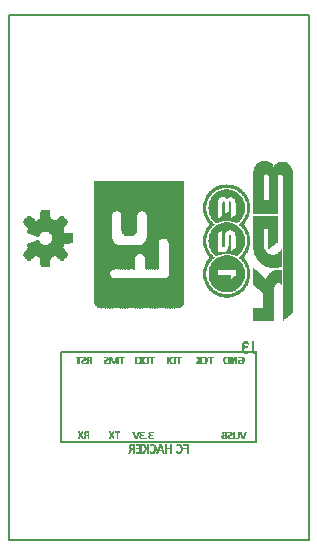
<source format=gbo>
G04 PROTEUS RS274X GERBER FILE*
%FSLAX24Y24*%
%MOIN*%
%ADD11C,0.0080*%
%ADD14C,0.0025*%
G54D11*
X-5000Y-7500D02*
X+5000Y-7500D01*
X+5000Y+10000D01*
X-5000Y+10000D01*
X-5000Y-7500D01*
G54D14*
X-4524Y+1992D02*
X-4524Y+2032D01*
X-4524Y+3072D02*
X-4524Y+3132D01*
X-4504Y+1952D02*
X-4504Y+2072D01*
X-4504Y+3052D02*
X-4504Y+3152D01*
X-4484Y+1952D02*
X-4484Y+2092D01*
X-4484Y+3032D02*
X-4484Y+3172D01*
X-4464Y+1932D02*
X-4464Y+2112D01*
X-4464Y+3012D02*
X-4464Y+3192D01*
X-4444Y+1892D02*
X-4444Y+2132D01*
X-4444Y+2972D02*
X-4444Y+3212D01*
X-4424Y+1872D02*
X-4424Y+2152D01*
X-4424Y+2952D02*
X-4424Y+3232D01*
X-4404Y+1852D02*
X-4404Y+2172D01*
X-4404Y+2932D02*
X-4404Y+3252D01*
X-4384Y+1832D02*
X-4384Y+2212D01*
X-4384Y+2272D02*
X-4384Y+2352D01*
X-4384Y+2752D02*
X-4384Y+2832D01*
X-4384Y+2912D02*
X-4384Y+3272D01*
X-4364Y+1812D02*
X-4364Y+2232D01*
X-4364Y+2252D02*
X-4364Y+2372D01*
X-4364Y+2752D02*
X-4364Y+2852D01*
X-4364Y+2872D02*
X-4364Y+3292D01*
X-4344Y+1812D02*
X-4344Y+2372D01*
X-4344Y+2732D02*
X-4344Y+3292D01*
X-4324Y+1812D02*
X-4324Y+2392D01*
X-4324Y+2732D02*
X-4324Y+3292D01*
X-4304Y+1832D02*
X-4304Y+2392D01*
X-4304Y+2712D02*
X-4304Y+3272D01*
X-4284Y+1852D02*
X-4284Y+2392D01*
X-4284Y+2712D02*
X-4284Y+3272D01*
X-4264Y+1872D02*
X-4264Y+2392D01*
X-4264Y+2712D02*
X-4264Y+3252D01*
X-4244Y+1872D02*
X-4244Y+2412D01*
X-4244Y+2692D02*
X-4244Y+3232D01*
X-4224Y+1892D02*
X-4224Y+2412D01*
X-4224Y+2692D02*
X-4224Y+3212D01*
X-4204Y+1912D02*
X-4204Y+2432D01*
X-4204Y+2672D02*
X-4204Y+3212D01*
X-4184Y+1932D02*
X-4184Y+2432D01*
X-4184Y+2672D02*
X-4184Y+3192D01*
X-4164Y+1952D02*
X-4164Y+2452D01*
X-4164Y+2672D02*
X-4164Y+3172D01*
X-4144Y+1952D02*
X-4144Y+2452D01*
X-4144Y+2652D02*
X-4144Y+3152D01*
X-4124Y+1972D02*
X-4124Y+2452D01*
X-4124Y+2652D02*
X-4124Y+3132D01*
X-4104Y+1992D02*
X-4104Y+2472D01*
X-4104Y+2632D02*
X-4104Y+3132D01*
X-4084Y+1972D02*
X-4084Y+2472D01*
X-4084Y+2632D02*
X-4084Y+3132D01*
X-4064Y+1952D02*
X-4064Y+2492D01*
X-4064Y+2612D02*
X-4064Y+3152D01*
X-4044Y+1952D02*
X-4044Y+2492D01*
X-4044Y+2612D02*
X-4044Y+3152D01*
X-4024Y+1952D02*
X-4024Y+2492D01*
X-4024Y+2632D02*
X-4024Y+3172D01*
X-4004Y+1932D02*
X-4004Y+2452D01*
X-4004Y+2652D02*
X-4004Y+3172D01*
X-3984Y+1932D02*
X-3984Y+2432D01*
X-3984Y+2692D02*
X-3984Y+3172D01*
X-3964Y+1872D02*
X-3964Y+2392D01*
X-3964Y+2712D02*
X-3964Y+3252D01*
X-3944Y+1692D02*
X-3944Y+2372D01*
X-3944Y+2732D02*
X-3944Y+3412D01*
X-3924Y+1632D02*
X-3924Y+2352D01*
X-3924Y+2752D02*
X-3924Y+3472D01*
X-3904Y+1632D02*
X-3904Y+2352D01*
X-3904Y+2772D02*
X-3904Y+3472D01*
X-3884Y+1632D02*
X-3884Y+2332D01*
X-3884Y+2772D02*
X-3884Y+3472D01*
X-3864Y+1632D02*
X-3864Y+2332D01*
X-3864Y+2772D02*
X-3864Y+3472D01*
X-3844Y+1632D02*
X-3844Y+2332D01*
X-3844Y+2772D02*
X-3844Y+3472D01*
X-3824Y+1632D02*
X-3824Y+2332D01*
X-3824Y+2792D02*
X-3824Y+3472D01*
X-3804Y+1632D02*
X-3804Y+2332D01*
X-3804Y+2792D02*
X-3804Y+3472D01*
X-3784Y+1632D02*
X-3784Y+2312D01*
X-3784Y+2792D02*
X-3784Y+3472D01*
X-3764Y+1632D02*
X-3764Y+2332D01*
X-3764Y+2792D02*
X-3764Y+3472D01*
X-3744Y+1632D02*
X-3744Y+2332D01*
X-3744Y+2792D02*
X-3744Y+3472D01*
X-3724Y+1632D02*
X-3724Y+2332D01*
X-3724Y+2772D02*
X-3724Y+3472D01*
X-3704Y+1632D02*
X-3704Y+2332D01*
X-3704Y+2772D02*
X-3704Y+3472D01*
X-3684Y+1632D02*
X-3684Y+2352D01*
X-3684Y+2772D02*
X-3684Y+3472D01*
X-3664Y+1632D02*
X-3664Y+2352D01*
X-3664Y+2752D02*
X-3664Y+3472D01*
X-3644Y+1652D02*
X-3644Y+2372D01*
X-3644Y+2732D02*
X-3644Y+3452D01*
X-3624Y+1852D02*
X-3624Y+2392D01*
X-3624Y+2732D02*
X-3624Y+3252D01*
X-3604Y+1932D02*
X-3604Y+2412D01*
X-3604Y+2692D02*
X-3604Y+3172D01*
X-3584Y+1932D02*
X-3584Y+2452D01*
X-3584Y+2672D02*
X-3584Y+3172D01*
X-3564Y+1952D02*
X-3564Y+2472D01*
X-3564Y+2632D02*
X-3564Y+3172D01*
X-3544Y+1952D02*
X-3544Y+3152D01*
X-3524Y+1952D02*
X-3524Y+3152D01*
X-3504Y+1972D02*
X-3504Y+3152D01*
X-3484Y+1972D02*
X-3484Y+3132D01*
X-3464Y+1992D02*
X-3464Y+3132D01*
X-3444Y+1972D02*
X-3444Y+3152D01*
X-3424Y+1952D02*
X-3424Y+3152D01*
X-3404Y+1932D02*
X-3404Y+3172D01*
X-3384Y+1912D02*
X-3384Y+3192D01*
X-3364Y+1892D02*
X-3364Y+3212D01*
X-3344Y+1872D02*
X-3344Y+3232D01*
X-3324Y+1872D02*
X-3324Y+3252D01*
X-3304Y+1852D02*
X-3304Y+3252D01*
X-3284Y+1832D02*
X-3284Y+3272D01*
X-3264Y+1812D02*
X-3264Y+3292D01*
X-3244Y+1812D02*
X-3244Y+3292D01*
X-3224Y+1812D02*
X-3224Y+3292D01*
X-3204Y+1832D02*
X-3204Y+2212D01*
X-3204Y+2272D02*
X-3204Y+2852D01*
X-3204Y+2892D02*
X-3204Y+3272D01*
X-3184Y+1852D02*
X-3184Y+2192D01*
X-3184Y+2312D02*
X-3184Y+2792D01*
X-3184Y+2912D02*
X-3184Y+3252D01*
X-3164Y+1872D02*
X-3164Y+2172D01*
X-3164Y+2372D02*
X-3164Y+2732D01*
X-3164Y+2952D02*
X-3164Y+3232D01*
X-3144Y+1892D02*
X-3144Y+2152D01*
X-3144Y+2372D02*
X-3144Y+2732D01*
X-3144Y+2972D02*
X-3144Y+3212D01*
X-3124Y+1912D02*
X-3124Y+2112D01*
X-3124Y+2392D02*
X-3124Y+2732D01*
X-3124Y+2992D02*
X-3124Y+3192D01*
X-3104Y+1932D02*
X-3104Y+2092D01*
X-3104Y+2392D02*
X-3104Y+2732D01*
X-3104Y+3012D02*
X-3104Y+3172D01*
X-3084Y+1952D02*
X-3084Y+2072D01*
X-3084Y+2392D02*
X-3084Y+2732D01*
X-3084Y+3052D02*
X-3084Y+3152D01*
X-3064Y+1972D02*
X-3064Y+2052D01*
X-3064Y+2392D02*
X-3064Y+2732D01*
X-3064Y+3072D02*
X-3064Y+3132D01*
X-3044Y+2392D02*
X-3044Y+2712D01*
X-3024Y+2392D02*
X-3024Y+2712D01*
X-3004Y+2392D02*
X-3004Y+2712D01*
X-2984Y+2392D02*
X-2984Y+2712D01*
X-2964Y+2412D02*
X-2964Y+2712D01*
X-2944Y+2412D02*
X-2944Y+2712D01*
X-2924Y+2412D02*
X-2924Y+2712D01*
X-2904Y+2412D02*
X-2904Y+2712D01*
X-2884Y+2412D02*
X-2884Y+2692D01*
X-2155Y+390D02*
X-2155Y+4450D01*
X-2135Y+350D02*
X-2135Y+4450D01*
X-2115Y+330D02*
X-2115Y+4450D01*
X-2095Y+310D02*
X-2095Y+4450D01*
X-2075Y+290D02*
X-2075Y+4450D01*
X-2055Y+270D02*
X-2055Y+4450D01*
X-2035Y+250D02*
X-2035Y+4450D01*
X-2015Y+250D02*
X-2015Y+4450D01*
X-1995Y+250D02*
X-1995Y+4450D01*
X-1975Y+250D02*
X-1975Y+4450D01*
X-1955Y+250D02*
X-1955Y+4450D01*
X-1935Y+230D02*
X-1935Y+4450D01*
X-1915Y+250D02*
X-1915Y+4450D01*
X-1895Y+250D02*
X-1895Y+4450D01*
X-1875Y+250D02*
X-1875Y+4450D01*
X-1855Y+250D02*
X-1855Y+4450D01*
X-1835Y+250D02*
X-1835Y+4450D01*
X-1815Y+250D02*
X-1815Y+4450D01*
X-1795Y+230D02*
X-1795Y+4450D01*
X-1775Y+250D02*
X-1775Y+4450D01*
X-1755Y+250D02*
X-1755Y+4450D01*
X-1735Y+230D02*
X-1735Y+4450D01*
X-1715Y+250D02*
X-1715Y+4450D01*
X-1695Y+250D02*
X-1695Y+4450D01*
X-1675Y+230D02*
X-1675Y+4450D01*
X-1655Y+250D02*
X-1655Y+4450D01*
X-1635Y+250D02*
X-1635Y+1310D01*
X-1635Y+1450D02*
X-1635Y+4450D01*
X-1615Y+230D02*
X-1615Y+1270D01*
X-1615Y+1470D02*
X-1615Y+4450D01*
X-1595Y+250D02*
X-1595Y+1250D01*
X-1595Y+1490D02*
X-1595Y+4450D01*
X-1575Y+250D02*
X-1575Y+1230D01*
X-1575Y+1510D02*
X-1575Y+2530D01*
X-1575Y+3390D02*
X-1575Y+4450D01*
X-1555Y+230D02*
X-1555Y+1230D01*
X-1555Y+1530D02*
X-1555Y+2470D01*
X-1555Y+3410D02*
X-1555Y+4450D01*
X-1535Y+250D02*
X-1535Y+1210D01*
X-1535Y+1530D02*
X-1535Y+2450D01*
X-1535Y+3450D02*
X-1535Y+4450D01*
X-1515Y+250D02*
X-1515Y+1210D01*
X-1515Y+1530D02*
X-1515Y+2410D01*
X-1515Y+3450D02*
X-1515Y+4450D01*
X-1495Y+250D02*
X-1495Y+1210D01*
X-1495Y+1530D02*
X-1495Y+2390D01*
X-1495Y+3470D02*
X-1495Y+4450D01*
X-1475Y+250D02*
X-1475Y+1210D01*
X-1475Y+1550D02*
X-1475Y+2370D01*
X-1475Y+3470D02*
X-1475Y+4450D01*
X-1455Y+250D02*
X-1455Y+1210D01*
X-1455Y+1550D02*
X-1455Y+2370D01*
X-1455Y+3490D02*
X-1455Y+4450D01*
X-1435Y+250D02*
X-1435Y+1210D01*
X-1435Y+1550D02*
X-1435Y+2350D01*
X-1435Y+3490D02*
X-1435Y+4450D01*
X-1415Y+250D02*
X-1415Y+1210D01*
X-1415Y+1550D02*
X-1415Y+2350D01*
X-1415Y+3490D02*
X-1415Y+4450D01*
X-1395Y+250D02*
X-1395Y+1210D01*
X-1395Y+1550D02*
X-1395Y+2330D01*
X-1395Y+3490D02*
X-1395Y+4450D01*
X-1375Y+250D02*
X-1375Y+1210D01*
X-1375Y+1550D02*
X-1375Y+2330D01*
X-1375Y+3470D02*
X-1375Y+4450D01*
X-1355Y+250D02*
X-1355Y+1210D01*
X-1355Y+1530D02*
X-1355Y+2330D01*
X-1355Y+3470D02*
X-1355Y+4450D01*
X-1335Y+250D02*
X-1335Y+1210D01*
X-1335Y+1550D02*
X-1335Y+2310D01*
X-1335Y+3470D02*
X-1335Y+4450D01*
X-1315Y+250D02*
X-1315Y+1210D01*
X-1315Y+1550D02*
X-1315Y+2310D01*
X-1315Y+3450D02*
X-1315Y+4450D01*
X-1295Y+230D02*
X-1295Y+1210D01*
X-1295Y+1530D02*
X-1295Y+2310D01*
X-1295Y+3430D02*
X-1295Y+4450D01*
X-1275Y+250D02*
X-1275Y+1210D01*
X-1275Y+1550D02*
X-1275Y+2310D01*
X-1275Y+3390D02*
X-1275Y+4450D01*
X-1255Y+250D02*
X-1255Y+1210D01*
X-1255Y+1550D02*
X-1255Y+2310D01*
X-1255Y+2830D02*
X-1255Y+4450D01*
X-1235Y+230D02*
X-1235Y+1210D01*
X-1235Y+1530D02*
X-1235Y+2310D01*
X-1235Y+2770D02*
X-1235Y+4450D01*
X-1215Y+250D02*
X-1215Y+1210D01*
X-1215Y+1550D02*
X-1215Y+2310D01*
X-1215Y+2730D02*
X-1215Y+4450D01*
X-1195Y+250D02*
X-1195Y+1210D01*
X-1195Y+1550D02*
X-1195Y+2310D01*
X-1195Y+2710D02*
X-1195Y+4450D01*
X-1175Y+230D02*
X-1175Y+1210D01*
X-1175Y+1530D02*
X-1175Y+2310D01*
X-1175Y+2690D02*
X-1175Y+4450D01*
X-1155Y+250D02*
X-1155Y+1210D01*
X-1155Y+1550D02*
X-1155Y+2310D01*
X-1155Y+2670D02*
X-1155Y+4450D01*
X-1135Y+250D02*
X-1135Y+1210D01*
X-1135Y+1550D02*
X-1135Y+2310D01*
X-1135Y+2670D02*
X-1135Y+4450D01*
X-1115Y+230D02*
X-1115Y+1210D01*
X-1115Y+1530D02*
X-1115Y+2310D01*
X-1115Y+2650D02*
X-1115Y+4450D01*
X-1095Y+250D02*
X-1095Y+1210D01*
X-1095Y+1550D02*
X-1095Y+2310D01*
X-1095Y+2650D02*
X-1095Y+4450D01*
X-1075Y+250D02*
X-1075Y+1210D01*
X-1075Y+1550D02*
X-1075Y+2310D01*
X-1075Y+2650D02*
X-1075Y+4450D01*
X-1055Y+230D02*
X-1055Y+1210D01*
X-1055Y+1530D02*
X-1055Y+2310D01*
X-1055Y+2650D02*
X-1055Y+4450D01*
X-1035Y+250D02*
X-1035Y+1210D01*
X-1035Y+1530D02*
X-1035Y+2310D01*
X-1035Y+2650D02*
X-1035Y+4450D01*
X-1015Y+250D02*
X-1015Y+1210D01*
X-1015Y+1550D02*
X-1015Y+2310D01*
X-1015Y+2650D02*
X-1015Y+4450D01*
X-995Y+250D02*
X-995Y+1210D01*
X-995Y+1530D02*
X-995Y+2310D01*
X-995Y+2650D02*
X-995Y+4450D01*
X-975Y+250D02*
X-975Y+1210D01*
X-975Y+1550D02*
X-975Y+2310D01*
X-975Y+2650D02*
X-975Y+4450D01*
X-955Y+250D02*
X-955Y+1210D01*
X-955Y+1550D02*
X-955Y+2310D01*
X-955Y+2650D02*
X-955Y+4450D01*
X-935Y+250D02*
X-935Y+1210D01*
X-935Y+1550D02*
X-935Y+2310D01*
X-935Y+2650D02*
X-935Y+4450D01*
X-915Y+250D02*
X-915Y+1210D01*
X-915Y+1550D02*
X-915Y+2310D01*
X-915Y+2650D02*
X-915Y+4450D01*
X-895Y+250D02*
X-895Y+1210D01*
X-895Y+1550D02*
X-895Y+2310D01*
X-895Y+2650D02*
X-895Y+4450D01*
X-875Y+250D02*
X-875Y+1210D01*
X-875Y+1550D02*
X-875Y+2310D01*
X-875Y+2670D02*
X-875Y+4450D01*
X-855Y+250D02*
X-855Y+1210D01*
X-855Y+1530D02*
X-855Y+2310D01*
X-855Y+2670D02*
X-855Y+4450D01*
X-835Y+250D02*
X-835Y+1210D01*
X-835Y+1530D02*
X-835Y+2310D01*
X-835Y+2690D02*
X-835Y+4450D01*
X-815Y+250D02*
X-815Y+1210D01*
X-815Y+1550D02*
X-815Y+2310D01*
X-815Y+2710D02*
X-815Y+4450D01*
X-795Y+230D02*
X-795Y+1210D01*
X-795Y+1950D02*
X-795Y+2310D01*
X-795Y+2730D02*
X-795Y+4450D01*
X-775Y+250D02*
X-775Y+1210D01*
X-775Y+1990D02*
X-775Y+2310D01*
X-775Y+2750D02*
X-775Y+4450D01*
X-755Y+250D02*
X-755Y+1210D01*
X-755Y+2010D02*
X-755Y+2310D01*
X-755Y+2790D02*
X-755Y+4450D01*
X-735Y+230D02*
X-735Y+1210D01*
X-735Y+2030D02*
X-735Y+2310D01*
X-735Y+3370D02*
X-735Y+4450D01*
X-715Y+250D02*
X-715Y+1210D01*
X-715Y+2030D02*
X-715Y+2310D01*
X-715Y+3410D02*
X-715Y+4450D01*
X-695Y+250D02*
X-695Y+1210D01*
X-695Y+2050D02*
X-695Y+2310D01*
X-695Y+3430D02*
X-695Y+4450D01*
X-675Y+230D02*
X-675Y+1210D01*
X-675Y+2050D02*
X-675Y+2310D01*
X-675Y+3450D02*
X-675Y+4450D01*
X-655Y+250D02*
X-655Y+1210D01*
X-655Y+2050D02*
X-655Y+2310D01*
X-655Y+3470D02*
X-655Y+4450D01*
X-635Y+250D02*
X-635Y+1210D01*
X-635Y+2050D02*
X-635Y+2330D01*
X-635Y+3470D02*
X-635Y+4450D01*
X-615Y+230D02*
X-615Y+1210D01*
X-615Y+2050D02*
X-615Y+2330D01*
X-615Y+3490D02*
X-615Y+4450D01*
X-595Y+250D02*
X-595Y+1210D01*
X-595Y+2050D02*
X-595Y+2330D01*
X-595Y+3490D02*
X-595Y+4450D01*
X-575Y+250D02*
X-575Y+1210D01*
X-575Y+2050D02*
X-575Y+2350D01*
X-575Y+3490D02*
X-575Y+4450D01*
X-555Y+230D02*
X-555Y+1210D01*
X-555Y+2030D02*
X-555Y+2350D01*
X-555Y+3490D02*
X-555Y+4450D01*
X-535Y+250D02*
X-535Y+1210D01*
X-535Y+2010D02*
X-535Y+2370D01*
X-535Y+3490D02*
X-535Y+4450D01*
X-515Y+250D02*
X-515Y+1210D01*
X-515Y+1990D02*
X-515Y+2390D01*
X-515Y+3470D02*
X-515Y+4450D01*
X-495Y+250D02*
X-495Y+1210D01*
X-495Y+1970D02*
X-495Y+2410D01*
X-495Y+3470D02*
X-495Y+4450D01*
X-475Y+250D02*
X-475Y+1210D01*
X-475Y+1890D02*
X-475Y+2430D01*
X-475Y+3450D02*
X-475Y+4450D01*
X-455Y+250D02*
X-455Y+1210D01*
X-455Y+1550D02*
X-455Y+2450D01*
X-455Y+3430D02*
X-455Y+4450D01*
X-435Y+250D02*
X-435Y+1210D01*
X-435Y+1530D02*
X-435Y+2490D01*
X-435Y+3410D02*
X-435Y+4450D01*
X-415Y+250D02*
X-415Y+1210D01*
X-415Y+1550D02*
X-415Y+2570D01*
X-415Y+3350D02*
X-415Y+4450D01*
X-395Y+250D02*
X-395Y+1210D01*
X-395Y+1550D02*
X-395Y+4450D01*
X-375Y+250D02*
X-375Y+1210D01*
X-375Y+1550D02*
X-375Y+4450D01*
X-355Y+250D02*
X-355Y+1210D01*
X-355Y+1530D02*
X-355Y+4450D01*
X-335Y+250D02*
X-335Y+1210D01*
X-335Y+1550D02*
X-335Y+4450D01*
X-315Y+250D02*
X-315Y+1210D01*
X-315Y+1550D02*
X-315Y+4450D01*
X-295Y+230D02*
X-295Y+1210D01*
X-295Y+1530D02*
X-295Y+4450D01*
X-275Y+250D02*
X-275Y+1210D01*
X-275Y+1550D02*
X-275Y+4450D01*
X-255Y+250D02*
X-255Y+1210D01*
X-255Y+1550D02*
X-255Y+4450D01*
X-235Y+230D02*
X-235Y+1210D01*
X-235Y+1530D02*
X-235Y+4450D01*
X-215Y+250D02*
X-215Y+1210D01*
X-215Y+1550D02*
X-215Y+4450D01*
X-195Y+250D02*
X-195Y+1210D01*
X-195Y+1550D02*
X-195Y+4450D01*
X-175Y+230D02*
X-175Y+1210D01*
X-175Y+1530D02*
X-175Y+4450D01*
X-155Y+250D02*
X-155Y+1210D01*
X-155Y+1550D02*
X-155Y+4450D01*
X-135Y+250D02*
X-135Y+1210D01*
X-135Y+1550D02*
X-135Y+4450D01*
X-115Y+230D02*
X-115Y+1210D01*
X-115Y+1530D02*
X-115Y+4450D01*
X-95Y+250D02*
X-95Y+1210D01*
X-95Y+1550D02*
X-95Y+4450D01*
X-75Y+250D02*
X-75Y+1210D01*
X-75Y+1550D02*
X-75Y+4450D01*
X-55Y+230D02*
X-55Y+1210D01*
X-55Y+1530D02*
X-55Y+4450D01*
X-35Y+250D02*
X-35Y+1210D01*
X-35Y+1550D02*
X-35Y+4450D01*
X-15Y+250D02*
X-15Y+1210D01*
X-15Y+2450D02*
X-15Y+4450D01*
X+5Y+250D02*
X+5Y+1210D01*
X+5Y+2510D02*
X+5Y+4450D01*
X+25Y+250D02*
X+25Y+1210D01*
X+25Y+2530D02*
X+25Y+4450D01*
X+45Y+250D02*
X+45Y+1210D01*
X+45Y+2550D02*
X+45Y+4450D01*
X+65Y+250D02*
X+65Y+1210D01*
X+65Y+2550D02*
X+65Y+4450D01*
X+85Y+250D02*
X+85Y+1210D01*
X+85Y+2570D02*
X+85Y+4450D01*
X+105Y+250D02*
X+105Y+1210D01*
X+105Y+2570D02*
X+105Y+4450D01*
X+125Y+250D02*
X+125Y+1210D01*
X+125Y+2570D02*
X+125Y+4450D01*
X+145Y+250D02*
X+145Y+1210D01*
X+145Y+2570D02*
X+145Y+4450D01*
X+165Y+250D02*
X+165Y+1210D01*
X+165Y+2570D02*
X+165Y+4450D01*
X+185Y+250D02*
X+185Y+1210D01*
X+185Y+2570D02*
X+185Y+4450D01*
X+205Y+230D02*
X+205Y+1210D01*
X+205Y+2570D02*
X+205Y+4450D01*
X+225Y+250D02*
X+225Y+1210D01*
X+225Y+2550D02*
X+225Y+4450D01*
X+245Y+250D02*
X+245Y+1210D01*
X+245Y+2550D02*
X+245Y+4450D01*
X+265Y+230D02*
X+265Y+1230D01*
X+265Y+2530D02*
X+265Y+4450D01*
X+285Y+250D02*
X+285Y+1250D01*
X+285Y+2490D02*
X+285Y+4450D01*
X+305Y+250D02*
X+305Y+1290D01*
X+305Y+2430D02*
X+305Y+4450D01*
X+325Y+230D02*
X+325Y+4450D01*
X+345Y+250D02*
X+345Y+4450D01*
X+365Y+250D02*
X+365Y+4450D01*
X+385Y+230D02*
X+385Y+4450D01*
X+405Y+250D02*
X+405Y+4450D01*
X+425Y+250D02*
X+425Y+4450D01*
X+445Y+230D02*
X+445Y+4450D01*
X+465Y+250D02*
X+465Y+4450D01*
X+485Y+250D02*
X+485Y+4450D01*
X+505Y+230D02*
X+505Y+4450D01*
X+525Y+250D02*
X+525Y+4450D01*
X+545Y+250D02*
X+545Y+4450D01*
X+565Y+250D02*
X+565Y+4450D01*
X+585Y+250D02*
X+585Y+4450D01*
X+605Y+250D02*
X+605Y+4450D01*
X+625Y+250D02*
X+625Y+4450D01*
X+645Y+250D02*
X+645Y+4450D01*
X+665Y+250D02*
X+665Y+4450D01*
X+685Y+250D02*
X+685Y+4450D01*
X+705Y+270D02*
X+705Y+4450D01*
X+725Y+290D02*
X+725Y+4450D01*
X+745Y+290D02*
X+745Y+4450D01*
X+765Y+310D02*
X+765Y+4450D01*
X+785Y+330D02*
X+785Y+4450D01*
X+805Y+370D02*
X+805Y+4450D01*
X+1489Y+1234D02*
X+1489Y+1514D01*
X+1489Y+2314D02*
X+1489Y+2614D01*
X+1489Y+3414D02*
X+1489Y+3714D01*
X+1509Y+1154D02*
X+1509Y+1594D01*
X+1509Y+2254D02*
X+1509Y+2694D01*
X+1509Y+3334D02*
X+1509Y+3794D01*
X+1529Y+1094D02*
X+1529Y+1654D01*
X+1529Y+2194D02*
X+1529Y+2754D01*
X+1529Y+3294D02*
X+1529Y+3854D01*
X+1549Y+1054D02*
X+1549Y+1694D01*
X+1549Y+2154D02*
X+1549Y+2794D01*
X+1549Y+3254D02*
X+1549Y+3894D01*
X+1569Y+994D02*
X+1569Y+1254D01*
X+1569Y+1494D02*
X+1569Y+1734D01*
X+1569Y+2094D02*
X+1569Y+2354D01*
X+1569Y+2594D02*
X+1569Y+2834D01*
X+1569Y+3194D02*
X+1569Y+3454D01*
X+1569Y+3694D02*
X+1569Y+3934D01*
X+1589Y+974D02*
X+1589Y+1174D01*
X+1589Y+1574D02*
X+1589Y+1774D01*
X+1589Y+2074D02*
X+1589Y+2274D01*
X+1589Y+2674D02*
X+1589Y+2874D01*
X+1589Y+3174D02*
X+1589Y+3374D01*
X+1589Y+3774D02*
X+1589Y+3974D01*
X+1609Y+934D02*
X+1609Y+1114D01*
X+1609Y+1634D02*
X+1609Y+1814D01*
X+1609Y+2034D02*
X+1609Y+2214D01*
X+1609Y+2734D02*
X+1609Y+2914D01*
X+1609Y+3134D02*
X+1609Y+3314D01*
X+1609Y+3834D02*
X+1609Y+4014D01*
X+1629Y+914D02*
X+1629Y+1074D01*
X+1629Y+1674D02*
X+1629Y+1834D01*
X+1629Y+2014D02*
X+1629Y+2154D01*
X+1629Y+2774D02*
X+1629Y+2934D01*
X+1629Y+3114D02*
X+1629Y+3254D01*
X+1629Y+3874D02*
X+1629Y+4034D01*
X+1649Y+874D02*
X+1649Y+1034D01*
X+1649Y+1714D02*
X+1649Y+1854D01*
X+1649Y+1974D02*
X+1649Y+2134D01*
X+1649Y+2454D02*
X+1649Y+2494D01*
X+1649Y+2814D02*
X+1649Y+2954D01*
X+1649Y+3074D02*
X+1649Y+3234D01*
X+1649Y+3554D02*
X+1649Y+3594D01*
X+1649Y+3914D02*
X+1649Y+4054D01*
X+1669Y+854D02*
X+1669Y+994D01*
X+1669Y+1214D02*
X+1669Y+1534D01*
X+1669Y+1754D02*
X+1669Y+1894D01*
X+1669Y+1954D02*
X+1669Y+2094D01*
X+1669Y+2314D02*
X+1669Y+2634D01*
X+1669Y+2854D02*
X+1669Y+2974D01*
X+1669Y+3054D02*
X+1669Y+3194D01*
X+1669Y+3414D02*
X+1669Y+3734D01*
X+1669Y+3954D02*
X+1669Y+4074D01*
X+1689Y+834D02*
X+1689Y+974D01*
X+1689Y+1154D02*
X+1689Y+1594D01*
X+1689Y+1774D02*
X+1689Y+1914D01*
X+1689Y+1934D02*
X+1689Y+2074D01*
X+1689Y+2254D02*
X+1689Y+2694D01*
X+1689Y+2874D02*
X+1689Y+3014D01*
X+1689Y+3034D02*
X+1689Y+3174D01*
X+1689Y+3354D02*
X+1689Y+3794D01*
X+1689Y+3974D02*
X+1689Y+4114D01*
X+1709Y+814D02*
X+1709Y+954D01*
X+1709Y+1114D02*
X+1709Y+1634D01*
X+1709Y+1794D02*
X+1709Y+2034D01*
X+1709Y+2214D02*
X+1709Y+2734D01*
X+1709Y+2894D02*
X+1709Y+3134D01*
X+1709Y+3314D02*
X+1709Y+3834D01*
X+1709Y+3994D02*
X+1709Y+4134D01*
X+1729Y+794D02*
X+1729Y+914D01*
X+1729Y+1074D02*
X+1729Y+1674D01*
X+1729Y+1834D02*
X+1729Y+2014D01*
X+1729Y+2174D02*
X+1729Y+2774D01*
X+1729Y+2934D02*
X+1729Y+3114D01*
X+1729Y+3274D02*
X+1729Y+3874D01*
X+1729Y+4014D02*
X+1729Y+4154D01*
X+1749Y+774D02*
X+1749Y+894D01*
X+1749Y+1034D02*
X+1749Y+1714D01*
X+1749Y+1854D02*
X+1749Y+1994D01*
X+1749Y+2134D02*
X+1749Y+2814D01*
X+1749Y+2954D02*
X+1749Y+3094D01*
X+1749Y+3234D02*
X+1749Y+3914D01*
X+1749Y+4054D02*
X+1749Y+4154D01*
X+1769Y+774D02*
X+1769Y+874D01*
X+1769Y+1014D02*
X+1769Y+1734D01*
X+1769Y+1874D02*
X+1769Y+1974D01*
X+1769Y+2114D02*
X+1769Y+2834D01*
X+1769Y+2974D02*
X+1769Y+3074D01*
X+1769Y+3214D02*
X+1769Y+3934D01*
X+1769Y+4074D02*
X+1769Y+4174D01*
X+1789Y+754D02*
X+1789Y+854D01*
X+1789Y+994D02*
X+1789Y+1754D01*
X+1789Y+1894D02*
X+1789Y+1954D01*
X+1789Y+2074D02*
X+1789Y+2854D01*
X+1789Y+2994D02*
X+1789Y+3054D01*
X+1789Y+3174D02*
X+1789Y+3954D01*
X+1789Y+4094D02*
X+1789Y+4194D01*
X+1809Y+734D02*
X+1809Y+834D01*
X+1809Y+954D02*
X+1809Y+1774D01*
X+1809Y+1894D02*
X+1809Y+1934D01*
X+1809Y+2054D02*
X+1809Y+2874D01*
X+1809Y+2994D02*
X+1809Y+3034D01*
X+1809Y+3154D02*
X+1809Y+3974D01*
X+1809Y+4094D02*
X+1809Y+4214D01*
X+1829Y+714D02*
X+1829Y+834D01*
X+1829Y+934D02*
X+1829Y+1794D01*
X+1829Y+1914D02*
X+1829Y+1934D01*
X+1829Y+2034D02*
X+1829Y+2894D01*
X+1829Y+3014D02*
X+1829Y+3034D01*
X+1829Y+3134D02*
X+1829Y+3994D01*
X+1829Y+4114D02*
X+1829Y+4214D01*
X+1849Y+714D02*
X+1849Y+814D01*
X+1849Y+914D02*
X+1849Y+1814D01*
X+1849Y+2014D02*
X+1849Y+2914D01*
X+1849Y+3114D02*
X+1849Y+4014D01*
X+1849Y+4134D02*
X+1849Y+4234D01*
X+1869Y+694D02*
X+1869Y+794D01*
X+1869Y+914D02*
X+1869Y+1834D01*
X+1869Y+2014D02*
X+1869Y+2934D01*
X+1869Y+3114D02*
X+1869Y+4034D01*
X+1869Y+4154D02*
X+1869Y+4254D01*
X+1889Y+694D02*
X+1889Y+774D01*
X+1889Y+894D02*
X+1889Y+1854D01*
X+1889Y+1994D02*
X+1889Y+2954D01*
X+1889Y+3094D02*
X+1889Y+4054D01*
X+1889Y+4154D02*
X+1889Y+4254D01*
X+1909Y+674D02*
X+1909Y+774D01*
X+1909Y+874D02*
X+1909Y+1874D01*
X+1909Y+1974D02*
X+1909Y+2974D01*
X+1909Y+3074D02*
X+1909Y+4074D01*
X+1909Y+4174D02*
X+1909Y+4274D01*
X+1929Y+674D02*
X+1929Y+754D01*
X+1929Y+874D02*
X+1929Y+1874D01*
X+1929Y+1994D02*
X+1929Y+2974D01*
X+1929Y+3094D02*
X+1929Y+4074D01*
X+1929Y+4174D02*
X+1929Y+4274D01*
X+1949Y+654D02*
X+1949Y+754D01*
X+1949Y+854D02*
X+1949Y+1334D01*
X+1949Y+1534D02*
X+1949Y+1894D01*
X+1949Y+1994D02*
X+1949Y+2094D01*
X+1949Y+2734D02*
X+1949Y+2994D01*
X+1949Y+3094D02*
X+1949Y+3174D01*
X+1949Y+3754D02*
X+1949Y+4094D01*
X+1949Y+4194D02*
X+1949Y+4274D01*
X+1969Y+654D02*
X+1969Y+734D01*
X+1969Y+834D02*
X+1969Y+1334D01*
X+1969Y+1534D02*
X+1969Y+1894D01*
X+1969Y+2014D02*
X+1969Y+2094D01*
X+1969Y+2754D02*
X+1969Y+2994D01*
X+1969Y+3094D02*
X+1969Y+3194D01*
X+1969Y+3854D02*
X+1969Y+4094D01*
X+1969Y+4194D02*
X+1969Y+4294D01*
X+1989Y+654D02*
X+1989Y+734D01*
X+1989Y+834D02*
X+1989Y+1334D01*
X+1989Y+1534D02*
X+1989Y+1914D01*
X+1989Y+2014D02*
X+1989Y+2094D01*
X+1989Y+2774D02*
X+1989Y+3014D01*
X+1989Y+3114D02*
X+1989Y+3214D01*
X+1989Y+3894D02*
X+1989Y+4114D01*
X+1989Y+4214D02*
X+1989Y+4294D01*
X+2009Y+634D02*
X+2009Y+734D01*
X+2009Y+814D02*
X+2009Y+1334D01*
X+2009Y+1534D02*
X+2009Y+1914D01*
X+2009Y+2014D02*
X+2009Y+2094D01*
X+2009Y+2774D02*
X+2009Y+3014D01*
X+2009Y+3114D02*
X+2009Y+3234D01*
X+2009Y+3914D02*
X+2009Y+4114D01*
X+2009Y+4214D02*
X+2009Y+4314D01*
X+2029Y+634D02*
X+2029Y+714D01*
X+2029Y+814D02*
X+2029Y+1334D01*
X+2029Y+1534D02*
X+2029Y+1934D01*
X+2029Y+2034D02*
X+2029Y+2094D01*
X+2029Y+2794D02*
X+2029Y+3034D01*
X+2029Y+3134D02*
X+2029Y+3254D01*
X+2029Y+3934D02*
X+2029Y+4134D01*
X+2029Y+4214D02*
X+2029Y+4314D01*
X+2049Y+634D02*
X+2049Y+714D01*
X+2049Y+814D02*
X+2049Y+1334D01*
X+2049Y+1534D02*
X+2049Y+1934D01*
X+2049Y+2034D02*
X+2049Y+2094D01*
X+2049Y+2814D02*
X+2049Y+3034D01*
X+2049Y+3134D02*
X+2049Y+3254D01*
X+2049Y+3954D02*
X+2049Y+4134D01*
X+2049Y+4234D02*
X+2049Y+4314D01*
X+2069Y+614D02*
X+2069Y+714D01*
X+2069Y+794D02*
X+2069Y+1334D01*
X+2069Y+1534D02*
X+2069Y+1954D01*
X+2069Y+2034D02*
X+2069Y+2094D01*
X+2069Y+2834D02*
X+2069Y+3054D01*
X+2069Y+3134D02*
X+2069Y+3274D01*
X+2069Y+3954D02*
X+2069Y+4154D01*
X+2069Y+4234D02*
X+2069Y+4314D01*
X+2089Y+614D02*
X+2089Y+694D01*
X+2089Y+794D02*
X+2089Y+1334D01*
X+2089Y+1534D02*
X+2089Y+1954D01*
X+2089Y+2034D02*
X+2089Y+2094D01*
X+2089Y+2834D02*
X+2089Y+3054D01*
X+2089Y+3134D02*
X+2089Y+3294D01*
X+2089Y+3954D02*
X+2089Y+4154D01*
X+2089Y+4234D02*
X+2089Y+4334D01*
X+2109Y+614D02*
X+2109Y+694D01*
X+2109Y+794D02*
X+2109Y+1334D01*
X+2109Y+1534D02*
X+2109Y+1954D01*
X+2109Y+2054D02*
X+2109Y+2094D01*
X+2109Y+2274D02*
X+2109Y+3054D01*
X+2109Y+3154D02*
X+2109Y+3734D01*
X+2109Y+3954D02*
X+2109Y+4154D01*
X+2109Y+4254D02*
X+2109Y+4334D01*
X+2129Y+614D02*
X+2129Y+694D01*
X+2129Y+794D02*
X+2129Y+1334D01*
X+2129Y+1534D02*
X+2129Y+1954D01*
X+2129Y+2054D02*
X+2129Y+2094D01*
X+2129Y+2274D02*
X+2129Y+3054D01*
X+2129Y+3154D02*
X+2129Y+3774D01*
X+2129Y+3954D02*
X+2129Y+4154D01*
X+2129Y+4254D02*
X+2129Y+4334D01*
X+2149Y+614D02*
X+2149Y+694D01*
X+2149Y+774D02*
X+2149Y+1334D01*
X+2149Y+1534D02*
X+2149Y+1954D01*
X+2149Y+2054D02*
X+2149Y+2094D01*
X+2149Y+2274D02*
X+2149Y+3054D01*
X+2149Y+3154D02*
X+2149Y+3774D01*
X+2149Y+3954D02*
X+2149Y+4154D01*
X+2149Y+4254D02*
X+2149Y+4334D01*
X+2169Y+594D02*
X+2169Y+694D01*
X+2169Y+774D02*
X+2169Y+1334D01*
X+2169Y+1534D02*
X+2169Y+1974D01*
X+2169Y+2054D02*
X+2169Y+2094D01*
X+2169Y+2274D02*
X+2169Y+3074D01*
X+2169Y+3154D02*
X+2169Y+3754D01*
X+2169Y+3954D02*
X+2169Y+4154D01*
X+2169Y+4254D02*
X+2169Y+4334D01*
X+2189Y+594D02*
X+2189Y+694D01*
X+2189Y+774D02*
X+2189Y+1334D01*
X+2189Y+1534D02*
X+2189Y+1974D01*
X+2189Y+2054D02*
X+2189Y+2094D01*
X+2189Y+2314D02*
X+2189Y+3074D01*
X+2189Y+3154D02*
X+2189Y+3354D01*
X+2189Y+3954D02*
X+2189Y+4174D01*
X+2189Y+4254D02*
X+2189Y+4334D01*
X+2209Y+594D02*
X+2209Y+674D01*
X+2209Y+774D02*
X+2209Y+1334D01*
X+2209Y+1534D02*
X+2209Y+1974D01*
X+2209Y+2054D02*
X+2209Y+2094D01*
X+2209Y+2754D02*
X+2209Y+3074D01*
X+2209Y+3154D02*
X+2209Y+3374D01*
X+2209Y+3934D02*
X+2209Y+4174D01*
X+2209Y+4254D02*
X+2209Y+4334D01*
X+2229Y+594D02*
X+2229Y+674D01*
X+2229Y+774D02*
X+2229Y+1334D01*
X+2229Y+1534D02*
X+2229Y+1974D01*
X+2229Y+2054D02*
X+2229Y+2114D01*
X+2229Y+2774D02*
X+2229Y+3074D01*
X+2229Y+3154D02*
X+2229Y+3394D01*
X+2229Y+3914D02*
X+2229Y+4174D01*
X+2229Y+4254D02*
X+2229Y+4334D01*
X+2249Y+594D02*
X+2249Y+674D01*
X+2249Y+774D02*
X+2249Y+1334D01*
X+2249Y+1534D02*
X+2249Y+1974D01*
X+2249Y+2054D02*
X+2249Y+2134D01*
X+2249Y+2814D02*
X+2249Y+3074D01*
X+2249Y+3154D02*
X+2249Y+3394D01*
X+2249Y+3894D02*
X+2249Y+4174D01*
X+2249Y+4254D02*
X+2249Y+4354D01*
X+2269Y+594D02*
X+2269Y+674D01*
X+2269Y+774D02*
X+2269Y+1334D01*
X+2269Y+1534D02*
X+2269Y+1974D01*
X+2269Y+2054D02*
X+2269Y+2154D01*
X+2269Y+2814D02*
X+2269Y+3074D01*
X+2269Y+3154D02*
X+2269Y+3414D01*
X+2269Y+3894D02*
X+2269Y+4174D01*
X+2269Y+4254D02*
X+2269Y+4334D01*
X+2289Y+594D02*
X+2289Y+674D01*
X+2289Y+774D02*
X+2289Y+1334D01*
X+2289Y+1534D02*
X+2289Y+1974D01*
X+2289Y+2054D02*
X+2289Y+2174D01*
X+2289Y+2834D02*
X+2289Y+3074D01*
X+2289Y+3154D02*
X+2289Y+3434D01*
X+2289Y+3914D02*
X+2289Y+4174D01*
X+2289Y+4254D02*
X+2289Y+4334D01*
X+2309Y+594D02*
X+2309Y+694D01*
X+2309Y+774D02*
X+2309Y+1334D01*
X+2309Y+1534D02*
X+2309Y+1974D01*
X+2309Y+2054D02*
X+2309Y+2274D01*
X+2309Y+2834D02*
X+2309Y+3074D01*
X+2309Y+3154D02*
X+2309Y+3434D01*
X+2309Y+3934D02*
X+2309Y+4174D01*
X+2309Y+4254D02*
X+2309Y+4334D01*
X+2329Y+594D02*
X+2329Y+694D01*
X+2329Y+774D02*
X+2329Y+1334D01*
X+2329Y+1534D02*
X+2329Y+1974D01*
X+2329Y+2054D02*
X+2329Y+2654D01*
X+2329Y+2854D02*
X+2329Y+3074D01*
X+2329Y+3154D02*
X+2329Y+3754D01*
X+2329Y+3934D02*
X+2329Y+4154D01*
X+2329Y+4254D02*
X+2329Y+4334D01*
X+2349Y+614D02*
X+2349Y+694D01*
X+2349Y+774D02*
X+2349Y+1334D01*
X+2349Y+1534D02*
X+2349Y+1954D01*
X+2349Y+2054D02*
X+2349Y+2654D01*
X+2349Y+2854D02*
X+2349Y+3054D01*
X+2349Y+3154D02*
X+2349Y+3774D01*
X+2349Y+3934D02*
X+2349Y+4154D01*
X+2349Y+4254D02*
X+2349Y+4334D01*
X+2369Y+614D02*
X+2369Y+694D01*
X+2369Y+794D02*
X+2369Y+1334D01*
X+2369Y+1534D02*
X+2369Y+1954D01*
X+2369Y+2054D02*
X+2369Y+2654D01*
X+2369Y+2854D02*
X+2369Y+3054D01*
X+2369Y+3154D02*
X+2369Y+3754D01*
X+2369Y+3954D02*
X+2369Y+4154D01*
X+2369Y+4254D02*
X+2369Y+4334D01*
X+2389Y+614D02*
X+2389Y+694D01*
X+2389Y+794D02*
X+2389Y+1334D01*
X+2389Y+1534D02*
X+2389Y+1954D01*
X+2389Y+2054D02*
X+2389Y+2634D01*
X+2389Y+2854D02*
X+2389Y+3054D01*
X+2389Y+3154D02*
X+2389Y+3734D01*
X+2389Y+3954D02*
X+2389Y+4154D01*
X+2389Y+4254D02*
X+2389Y+4334D01*
X+2409Y+614D02*
X+2409Y+694D01*
X+2409Y+794D02*
X+2409Y+1194D01*
X+2409Y+1534D02*
X+2409Y+1954D01*
X+2409Y+2034D02*
X+2409Y+2134D01*
X+2409Y+2834D02*
X+2409Y+3054D01*
X+2409Y+3134D02*
X+2409Y+3234D01*
X+2409Y+3954D02*
X+2409Y+4154D01*
X+2409Y+4234D02*
X+2409Y+4334D01*
X+2429Y+614D02*
X+2429Y+714D01*
X+2429Y+794D02*
X+2429Y+1214D01*
X+2429Y+1534D02*
X+2429Y+1954D01*
X+2429Y+2034D02*
X+2429Y+2134D01*
X+2429Y+2834D02*
X+2429Y+3054D01*
X+2429Y+3134D02*
X+2429Y+3234D01*
X+2429Y+3934D02*
X+2429Y+4154D01*
X+2429Y+4234D02*
X+2429Y+4314D01*
X+2449Y+634D02*
X+2449Y+714D01*
X+2449Y+814D02*
X+2449Y+1234D01*
X+2449Y+1534D02*
X+2449Y+1934D01*
X+2449Y+2034D02*
X+2449Y+2154D01*
X+2449Y+2834D02*
X+2449Y+3034D01*
X+2449Y+3134D02*
X+2449Y+3254D01*
X+2449Y+3934D02*
X+2449Y+4134D01*
X+2449Y+4234D02*
X+2449Y+4314D01*
X+2469Y+634D02*
X+2469Y+714D01*
X+2469Y+814D02*
X+2469Y+1234D01*
X+2469Y+1534D02*
X+2469Y+1934D01*
X+2469Y+2034D02*
X+2469Y+2174D01*
X+2469Y+2814D02*
X+2469Y+3034D01*
X+2469Y+3134D02*
X+2469Y+3274D01*
X+2469Y+3914D02*
X+2469Y+4134D01*
X+2469Y+4214D02*
X+2469Y+4314D01*
X+2489Y+634D02*
X+2489Y+734D01*
X+2489Y+814D02*
X+2489Y+1254D01*
X+2489Y+1534D02*
X+2489Y+1914D01*
X+2489Y+2014D02*
X+2489Y+2194D01*
X+2489Y+2794D02*
X+2489Y+3014D01*
X+2489Y+3114D02*
X+2489Y+3294D01*
X+2489Y+3894D02*
X+2489Y+4114D01*
X+2489Y+4214D02*
X+2489Y+4294D01*
X+2509Y+654D02*
X+2509Y+734D01*
X+2509Y+834D02*
X+2509Y+1274D01*
X+2509Y+1534D02*
X+2509Y+1914D01*
X+2509Y+2014D02*
X+2509Y+2194D01*
X+2509Y+2774D02*
X+2509Y+3014D01*
X+2509Y+3114D02*
X+2509Y+3294D01*
X+2509Y+3874D02*
X+2509Y+4114D01*
X+2509Y+4214D02*
X+2509Y+4294D01*
X+2529Y+654D02*
X+2529Y+734D01*
X+2529Y+834D02*
X+2529Y+1294D01*
X+2529Y+1534D02*
X+2529Y+1894D01*
X+2529Y+1994D02*
X+2529Y+2214D01*
X+2529Y+2734D02*
X+2529Y+2994D01*
X+2529Y+3094D02*
X+2529Y+3314D01*
X+2529Y+3854D02*
X+2529Y+4094D01*
X+2529Y+4194D02*
X+2529Y+4294D01*
X+2549Y+654D02*
X+2549Y+754D01*
X+2549Y+854D02*
X+2549Y+1294D01*
X+2549Y+1534D02*
X+2549Y+1894D01*
X+2549Y+1994D02*
X+2549Y+2234D01*
X+2549Y+2654D02*
X+2549Y+2994D01*
X+2549Y+3094D02*
X+2549Y+3334D01*
X+2549Y+3754D02*
X+2549Y+4094D01*
X+2549Y+4194D02*
X+2549Y+4274D01*
X+2569Y+674D02*
X+2569Y+754D01*
X+2569Y+874D02*
X+2569Y+1874D01*
X+2569Y+1974D02*
X+2569Y+2974D01*
X+2569Y+3074D02*
X+2569Y+4074D01*
X+2569Y+4174D02*
X+2569Y+4274D01*
X+2589Y+674D02*
X+2589Y+774D01*
X+2589Y+874D02*
X+2589Y+1874D01*
X+2589Y+1974D02*
X+2589Y+2954D01*
X+2589Y+3074D02*
X+2589Y+4054D01*
X+2589Y+4174D02*
X+2589Y+4274D01*
X+2609Y+694D02*
X+2609Y+794D01*
X+2609Y+894D02*
X+2609Y+1854D01*
X+2609Y+1994D02*
X+2609Y+2954D01*
X+2609Y+3094D02*
X+2609Y+4054D01*
X+2609Y+4154D02*
X+2609Y+4254D01*
X+2629Y+694D02*
X+2629Y+794D01*
X+2629Y+914D02*
X+2629Y+1834D01*
X+2629Y+2014D02*
X+2629Y+2934D01*
X+2629Y+3114D02*
X+2629Y+4034D01*
X+2629Y+4154D02*
X+2629Y+4254D01*
X+2649Y+714D02*
X+2649Y+814D01*
X+2649Y+934D02*
X+2649Y+1814D01*
X+2649Y+2034D02*
X+2649Y+2914D01*
X+2649Y+3134D02*
X+2649Y+4014D01*
X+2649Y+4134D02*
X+2649Y+4234D01*
X+2669Y+734D02*
X+2669Y+834D01*
X+2669Y+954D02*
X+2669Y+1794D01*
X+2669Y+1914D02*
X+2669Y+1934D01*
X+2669Y+2054D02*
X+2669Y+2894D01*
X+2669Y+3134D02*
X+2669Y+3994D01*
X+2669Y+4114D02*
X+2669Y+4214D01*
X+2689Y+734D02*
X+2689Y+834D01*
X+2689Y+974D02*
X+2689Y+1774D01*
X+2689Y+1894D02*
X+2689Y+1934D01*
X+2689Y+2074D02*
X+2689Y+2874D01*
X+2689Y+2994D02*
X+2689Y+3034D01*
X+2689Y+3174D02*
X+2689Y+3974D01*
X+2689Y+4094D02*
X+2689Y+4214D01*
X+2709Y+754D02*
X+2709Y+854D01*
X+2709Y+994D02*
X+2709Y+1754D01*
X+2709Y+1894D02*
X+2709Y+1954D01*
X+2709Y+2094D02*
X+2709Y+2854D01*
X+2709Y+2994D02*
X+2709Y+3054D01*
X+2709Y+3194D02*
X+2709Y+3954D01*
X+2709Y+4094D02*
X+2709Y+4194D01*
X+2729Y+774D02*
X+2729Y+874D01*
X+2729Y+1014D02*
X+2729Y+1734D01*
X+2729Y+1874D02*
X+2729Y+1974D01*
X+2729Y+2114D02*
X+2729Y+2834D01*
X+2729Y+2974D02*
X+2729Y+3074D01*
X+2729Y+3214D02*
X+2729Y+3934D01*
X+2729Y+4074D02*
X+2729Y+4174D01*
X+2749Y+794D02*
X+2749Y+894D01*
X+2749Y+1034D02*
X+2749Y+1714D01*
X+2749Y+1854D02*
X+2749Y+1994D01*
X+2749Y+2134D02*
X+2749Y+2814D01*
X+2749Y+2954D02*
X+2749Y+3094D01*
X+2749Y+3234D02*
X+2749Y+3914D01*
X+2749Y+4054D02*
X+2749Y+4154D01*
X+2769Y+794D02*
X+2769Y+914D01*
X+2769Y+1074D02*
X+2769Y+1674D01*
X+2769Y+1834D02*
X+2769Y+2014D01*
X+2769Y+2174D02*
X+2769Y+2774D01*
X+2769Y+2934D02*
X+2769Y+3114D01*
X+2769Y+3274D02*
X+2769Y+3874D01*
X+2769Y+4034D02*
X+2769Y+4134D01*
X+2789Y+814D02*
X+2789Y+934D01*
X+2789Y+1114D02*
X+2789Y+1634D01*
X+2789Y+1794D02*
X+2789Y+2034D01*
X+2789Y+2214D02*
X+2789Y+2734D01*
X+2789Y+2894D02*
X+2789Y+3134D01*
X+2789Y+3314D02*
X+2789Y+3834D01*
X+2789Y+3994D02*
X+2789Y+4114D01*
X+2809Y+834D02*
X+2809Y+974D01*
X+2809Y+1154D02*
X+2809Y+1594D01*
X+2809Y+1774D02*
X+2809Y+1894D01*
X+2809Y+1934D02*
X+2809Y+2074D01*
X+2809Y+2254D02*
X+2809Y+2694D01*
X+2809Y+2874D02*
X+2809Y+2994D01*
X+2809Y+3034D02*
X+2809Y+3174D01*
X+2809Y+3354D02*
X+2809Y+3794D01*
X+2809Y+3974D02*
X+2809Y+4094D01*
X+2829Y+854D02*
X+2829Y+994D01*
X+2829Y+1214D02*
X+2829Y+1534D01*
X+2829Y+1754D02*
X+2829Y+1874D01*
X+2829Y+1954D02*
X+2829Y+2094D01*
X+2829Y+2314D02*
X+2829Y+2634D01*
X+2829Y+2854D02*
X+2829Y+2974D01*
X+2829Y+3054D02*
X+2829Y+3194D01*
X+2829Y+3414D02*
X+2829Y+3734D01*
X+2829Y+3934D02*
X+2829Y+4074D01*
X+2849Y+894D02*
X+2849Y+1034D01*
X+2849Y+1334D02*
X+2849Y+1414D01*
X+2849Y+1714D02*
X+2849Y+1854D01*
X+2849Y+1994D02*
X+2849Y+2134D01*
X+2849Y+2434D02*
X+2849Y+2514D01*
X+2849Y+2814D02*
X+2849Y+2954D01*
X+2849Y+3094D02*
X+2849Y+3234D01*
X+2849Y+3534D02*
X+2849Y+3614D01*
X+2849Y+3914D02*
X+2849Y+4054D01*
X+2869Y+914D02*
X+2869Y+1074D01*
X+2869Y+1674D02*
X+2869Y+1834D01*
X+2869Y+2014D02*
X+2869Y+2174D01*
X+2869Y+2774D02*
X+2869Y+2934D01*
X+2869Y+3114D02*
X+2869Y+3274D01*
X+2869Y+3874D02*
X+2869Y+4034D01*
X+2889Y+934D02*
X+2889Y+1114D01*
X+2889Y+1634D02*
X+2889Y+1794D01*
X+2889Y+2034D02*
X+2889Y+2214D01*
X+2889Y+2734D02*
X+2889Y+2894D01*
X+2889Y+3134D02*
X+2889Y+3314D01*
X+2889Y+3834D02*
X+2889Y+3994D01*
X+2909Y+974D02*
X+2909Y+1174D01*
X+2909Y+1574D02*
X+2909Y+1774D01*
X+2909Y+2074D02*
X+2909Y+2274D01*
X+2909Y+2674D02*
X+2909Y+2874D01*
X+2909Y+3174D02*
X+2909Y+3354D01*
X+2909Y+3774D02*
X+2909Y+3974D01*
X+2929Y+994D02*
X+2929Y+1234D01*
X+2929Y+1514D02*
X+2929Y+1734D01*
X+2929Y+2094D02*
X+2929Y+2334D01*
X+2929Y+2594D02*
X+2929Y+2834D01*
X+2929Y+3214D02*
X+2929Y+3434D01*
X+2929Y+3714D02*
X+2929Y+3934D01*
X+2949Y+1034D02*
X+2949Y+1694D01*
X+2949Y+2134D02*
X+2949Y+2794D01*
X+2949Y+3234D02*
X+2949Y+3894D01*
X+2969Y+1094D02*
X+2969Y+1654D01*
X+2969Y+2194D02*
X+2969Y+2754D01*
X+2969Y+3294D02*
X+2969Y+3854D01*
X+2989Y+1134D02*
X+2989Y+1594D01*
X+2989Y+2234D02*
X+2989Y+2694D01*
X+2989Y+3334D02*
X+2989Y+3794D01*
X+3009Y+1234D02*
X+3009Y+1514D01*
X+3009Y+2334D02*
X+3009Y+2614D01*
X+3009Y+3434D02*
X+3009Y+3714D01*
X+3149Y-166D02*
X+3149Y+234D01*
X+3149Y+1014D02*
X+3149Y+1554D01*
X+3149Y+2194D02*
X+3149Y+3294D01*
X+3149Y+3394D02*
X+3149Y+4794D01*
X+3169Y-166D02*
X+3169Y+234D01*
X+3169Y+994D02*
X+3169Y+1534D01*
X+3169Y+2114D02*
X+3169Y+3294D01*
X+3169Y+3394D02*
X+3169Y+4854D01*
X+3189Y-166D02*
X+3189Y+234D01*
X+3189Y+974D02*
X+3189Y+1514D01*
X+3189Y+2034D02*
X+3189Y+3294D01*
X+3189Y+3394D02*
X+3189Y+4914D01*
X+3209Y-166D02*
X+3209Y+234D01*
X+3209Y+954D02*
X+3209Y+1494D01*
X+3209Y+1994D02*
X+3209Y+3294D01*
X+3209Y+3394D02*
X+3209Y+4954D01*
X+3229Y-166D02*
X+3229Y+234D01*
X+3229Y+954D02*
X+3229Y+1494D01*
X+3229Y+1954D02*
X+3229Y+3294D01*
X+3229Y+3394D02*
X+3229Y+4994D01*
X+3249Y-166D02*
X+3249Y+234D01*
X+3249Y+934D02*
X+3249Y+1474D01*
X+3249Y+1914D02*
X+3249Y+3294D01*
X+3249Y+3394D02*
X+3249Y+5014D01*
X+3269Y-166D02*
X+3269Y+234D01*
X+3269Y+914D02*
X+3269Y+1454D01*
X+3269Y+1894D02*
X+3269Y+3294D01*
X+3269Y+3394D02*
X+3269Y+5034D01*
X+3289Y-166D02*
X+3289Y+234D01*
X+3289Y+894D02*
X+3289Y+1434D01*
X+3289Y+1854D02*
X+3289Y+3294D01*
X+3289Y+3394D02*
X+3289Y+5054D01*
X+3309Y-166D02*
X+3309Y+234D01*
X+3309Y+874D02*
X+3309Y+1414D01*
X+3309Y+1834D02*
X+3309Y+3294D01*
X+3309Y+3394D02*
X+3309Y+5054D01*
X+3329Y-166D02*
X+3329Y+234D01*
X+3329Y+854D02*
X+3329Y+1394D01*
X+3329Y+1814D02*
X+3329Y+3294D01*
X+3329Y+3394D02*
X+3329Y+5074D01*
X+3349Y-166D02*
X+3349Y+234D01*
X+3349Y+854D02*
X+3349Y+1374D01*
X+3349Y+1794D02*
X+3349Y+3294D01*
X+3349Y+3394D02*
X+3349Y+5094D01*
X+3369Y-166D02*
X+3369Y+234D01*
X+3369Y+834D02*
X+3369Y+1354D01*
X+3369Y+1774D02*
X+3369Y+3294D01*
X+3369Y+3394D02*
X+3369Y+5094D01*
X+3389Y-166D02*
X+3389Y+234D01*
X+3389Y+814D02*
X+3389Y+1334D01*
X+3389Y+1754D02*
X+3389Y+3294D01*
X+3389Y+3394D02*
X+3389Y+5094D01*
X+3409Y-166D02*
X+3409Y+234D01*
X+3409Y+794D02*
X+3409Y+1314D01*
X+3409Y+1734D02*
X+3409Y+3294D01*
X+3409Y+3394D02*
X+3409Y+5114D01*
X+3429Y-166D02*
X+3429Y+234D01*
X+3429Y+774D02*
X+3429Y+1294D01*
X+3429Y+1714D02*
X+3429Y+3294D01*
X+3429Y+3394D02*
X+3429Y+5114D01*
X+3449Y-166D02*
X+3449Y+234D01*
X+3449Y+754D02*
X+3449Y+1274D01*
X+3449Y+1694D02*
X+3449Y+3294D01*
X+3449Y+3394D02*
X+3449Y+5114D01*
X+3469Y-166D02*
X+3469Y+234D01*
X+3469Y+754D02*
X+3469Y+1254D01*
X+3469Y+1694D02*
X+3469Y+3294D01*
X+3469Y+3394D02*
X+3469Y+5114D01*
X+3489Y-166D02*
X+3489Y+1234D01*
X+3489Y+1674D02*
X+3489Y+2254D01*
X+3489Y+2894D02*
X+3489Y+3294D01*
X+3489Y+3394D02*
X+3489Y+3814D01*
X+3489Y+4674D02*
X+3489Y+5114D01*
X+3509Y-166D02*
X+3509Y+1214D01*
X+3509Y+1654D02*
X+3509Y+2194D01*
X+3509Y+2894D02*
X+3509Y+3294D01*
X+3509Y+3394D02*
X+3509Y+3814D01*
X+3509Y+4694D02*
X+3509Y+5114D01*
X+3529Y-166D02*
X+3529Y+1194D01*
X+3529Y+1654D02*
X+3529Y+2154D01*
X+3529Y+2894D02*
X+3529Y+3294D01*
X+3529Y+3394D02*
X+3529Y+3814D01*
X+3529Y+4694D02*
X+3529Y+5114D01*
X+3549Y-166D02*
X+3549Y+1174D01*
X+3549Y+1634D02*
X+3549Y+2114D01*
X+3549Y+2894D02*
X+3549Y+3294D01*
X+3549Y+3394D02*
X+3549Y+3814D01*
X+3549Y+4714D02*
X+3549Y+5114D01*
X+3569Y-166D02*
X+3569Y+1154D01*
X+3569Y+1634D02*
X+3569Y+2094D01*
X+3569Y+2894D02*
X+3569Y+3294D01*
X+3569Y+3394D02*
X+3569Y+3814D01*
X+3569Y+4714D02*
X+3569Y+5114D01*
X+3589Y-166D02*
X+3589Y+1234D01*
X+3589Y+1634D02*
X+3589Y+2074D01*
X+3589Y+2894D02*
X+3589Y+3294D01*
X+3589Y+3394D02*
X+3589Y+3814D01*
X+3589Y+4714D02*
X+3589Y+5114D01*
X+3609Y-166D02*
X+3609Y+1274D01*
X+3609Y+1614D02*
X+3609Y+2054D01*
X+3609Y+2894D02*
X+3609Y+3294D01*
X+3609Y+3394D02*
X+3609Y+3814D01*
X+3609Y+4694D02*
X+3609Y+5114D01*
X+3629Y-166D02*
X+3629Y+1314D01*
X+3629Y+1614D02*
X+3629Y+2034D01*
X+3629Y+2894D02*
X+3629Y+3294D01*
X+3629Y+3394D02*
X+3629Y+3814D01*
X+3629Y+4694D02*
X+3629Y+5094D01*
X+3649Y-166D02*
X+3649Y+1334D01*
X+3649Y+1614D02*
X+3649Y+2034D01*
X+3649Y+2214D02*
X+3649Y+3294D01*
X+3649Y+3394D02*
X+3649Y+3814D01*
X+3649Y+4654D02*
X+3649Y+5094D01*
X+3669Y-166D02*
X+3669Y+1354D01*
X+3669Y+1594D02*
X+3669Y+2014D01*
X+3669Y+2234D02*
X+3669Y+3294D01*
X+3669Y+3394D02*
X+3669Y+5094D01*
X+3689Y-166D02*
X+3689Y+1374D01*
X+3689Y+1594D02*
X+3689Y+2014D01*
X+3689Y+2234D02*
X+3689Y+3294D01*
X+3689Y+3394D02*
X+3689Y+5074D01*
X+3709Y-166D02*
X+3709Y+1394D01*
X+3709Y+1594D02*
X+3709Y+2014D01*
X+3709Y+2254D02*
X+3709Y+3294D01*
X+3709Y+3394D02*
X+3709Y+5054D01*
X+3729Y-166D02*
X+3729Y+1414D01*
X+3729Y+1594D02*
X+3729Y+1994D01*
X+3729Y+2274D02*
X+3729Y+3294D01*
X+3729Y+3394D02*
X+3729Y+5054D01*
X+3749Y-166D02*
X+3749Y+1434D01*
X+3749Y+1594D02*
X+3749Y+1994D01*
X+3749Y+2294D02*
X+3749Y+3294D01*
X+3749Y+3394D02*
X+3749Y+5034D01*
X+3769Y-166D02*
X+3769Y+1434D01*
X+3769Y+1594D02*
X+3769Y+1994D01*
X+3769Y+2314D02*
X+3769Y+3294D01*
X+3769Y+3394D02*
X+3769Y+5014D01*
X+3789Y-166D02*
X+3789Y+1454D01*
X+3789Y+1574D02*
X+3789Y+1994D01*
X+3789Y+2314D02*
X+3789Y+3294D01*
X+3789Y+3394D02*
X+3789Y+4974D01*
X+3809Y-166D02*
X+3809Y+1454D01*
X+3809Y+1574D02*
X+3809Y+1994D01*
X+3809Y+2334D02*
X+3809Y+3294D01*
X+3809Y+3394D02*
X+3809Y+4934D01*
X+3829Y+954D02*
X+3829Y+1474D01*
X+3829Y+1574D02*
X+3829Y+1994D01*
X+3829Y+2354D02*
X+3829Y+3294D01*
X+3829Y+3394D02*
X+3829Y+4934D01*
X+3849Y+994D02*
X+3849Y+1474D01*
X+3849Y+1574D02*
X+3849Y+1994D01*
X+3849Y+2374D02*
X+3849Y+3294D01*
X+3849Y+3394D02*
X+3849Y+4974D01*
X+3869Y+1034D02*
X+3869Y+1474D01*
X+3869Y+1594D02*
X+3869Y+1994D01*
X+3869Y+2394D02*
X+3869Y+3294D01*
X+3869Y+3394D02*
X+3869Y+4994D01*
X+3889Y+1054D02*
X+3889Y+1494D01*
X+3889Y+1594D02*
X+3889Y+2014D01*
X+3889Y+2414D02*
X+3889Y+3294D01*
X+3889Y+3394D02*
X+3889Y+5014D01*
X+3909Y+1054D02*
X+3909Y+1494D01*
X+3909Y+1594D02*
X+3909Y+2014D01*
X+3909Y+2414D02*
X+3909Y+3294D01*
X+3909Y+3394D02*
X+3909Y+5034D01*
X+3929Y+1074D02*
X+3929Y+1494D01*
X+3929Y+1594D02*
X+3929Y+2034D01*
X+3929Y+2434D02*
X+3929Y+3294D01*
X+3929Y+3394D02*
X+3929Y+5054D01*
X+3949Y+1074D02*
X+3949Y+1494D01*
X+3949Y+1594D02*
X+3949Y+2034D01*
X+3949Y+4634D02*
X+3949Y+5054D01*
X+3969Y+1074D02*
X+3969Y+1494D01*
X+3969Y+1594D02*
X+3969Y+2054D01*
X+3969Y+4674D02*
X+3969Y+5074D01*
X+3989Y+1074D02*
X+3989Y+1494D01*
X+3989Y+1614D02*
X+3989Y+2074D01*
X+3989Y+4694D02*
X+3989Y+5074D01*
X+4009Y+1074D02*
X+4009Y+1494D01*
X+4009Y+1614D02*
X+4009Y+2094D01*
X+4009Y+4694D02*
X+4009Y+5074D01*
X+4029Y+1054D02*
X+4029Y+1494D01*
X+4029Y+1614D02*
X+4029Y+2114D01*
X+4029Y+4694D02*
X+4029Y+5074D01*
X+4049Y+1054D02*
X+4049Y+1494D01*
X+4049Y+1634D02*
X+4049Y+2134D01*
X+4049Y+4694D02*
X+4049Y+5094D01*
X+4069Y+1034D02*
X+4069Y+1494D01*
X+4069Y+1634D02*
X+4069Y+2174D01*
X+4069Y+4694D02*
X+4069Y+5094D01*
X+4089Y+4674D02*
X+4089Y+5094D01*
X+4109Y+4654D02*
X+4109Y+5094D01*
X+4129Y-166D02*
X+4129Y+5094D01*
X+4149Y-146D02*
X+4149Y+5094D01*
X+4169Y-126D02*
X+4169Y+5074D01*
X+4189Y-126D02*
X+4189Y+5074D01*
X+4209Y-106D02*
X+4209Y+5074D01*
X+4229Y-86D02*
X+4229Y+5074D01*
X+4249Y-86D02*
X+4249Y+5054D01*
X+4269Y-66D02*
X+4269Y+5054D01*
X+4289Y-46D02*
X+4289Y+5034D01*
X+4309Y-26D02*
X+4309Y+5014D01*
X+4329Y-6D02*
X+4329Y+4994D01*
X+4349Y-6D02*
X+4349Y+4974D01*
X+4369Y+14D02*
X+4369Y+4954D01*
X+4389Y+34D02*
X+4389Y+4914D01*
X+4409Y+54D02*
X+4409Y+4894D01*
X+4429Y+74D02*
X+4429Y+4834D01*
X+4449Y+74D02*
X+4449Y+4774D01*
X+2209Y-1623D02*
X+2349Y-1623D01*
X+2389Y-1623D02*
X+2449Y-1623D01*
X+2549Y-1623D02*
X+2589Y-1623D01*
X+2649Y-1623D02*
X+2769Y-1623D01*
X+2169Y-1603D02*
X+2229Y-1603D01*
X+2309Y-1603D02*
X+2349Y-1603D01*
X+2389Y-1603D02*
X+2469Y-1603D01*
X+2549Y-1603D02*
X+2589Y-1603D01*
X+2629Y-1603D02*
X+2669Y-1603D01*
X+2749Y-1603D02*
X+2809Y-1603D01*
X+2169Y-1583D02*
X+2209Y-1583D01*
X+2309Y-1583D02*
X+2349Y-1583D01*
X+2389Y-1583D02*
X+2429Y-1583D01*
X+2449Y-1583D02*
X+2469Y-1583D01*
X+2549Y-1583D02*
X+2589Y-1583D01*
X+2629Y-1583D02*
X+2669Y-1583D01*
X+2769Y-1583D02*
X+2809Y-1583D01*
X+2149Y-1563D02*
X+2189Y-1563D01*
X+2309Y-1563D02*
X+2349Y-1563D01*
X+2389Y-1563D02*
X+2429Y-1563D01*
X+2449Y-1563D02*
X+2489Y-1563D01*
X+2549Y-1563D02*
X+2589Y-1563D01*
X+2629Y-1563D02*
X+2669Y-1563D01*
X+2789Y-1563D02*
X+2829Y-1563D01*
X+2149Y-1543D02*
X+2189Y-1543D01*
X+2309Y-1543D02*
X+2349Y-1543D01*
X+2389Y-1543D02*
X+2429Y-1543D01*
X+2449Y-1543D02*
X+2489Y-1543D01*
X+2549Y-1543D02*
X+2589Y-1543D01*
X+2629Y-1543D02*
X+2669Y-1543D01*
X+2789Y-1543D02*
X+2829Y-1543D01*
X+2149Y-1523D02*
X+2189Y-1523D01*
X+2309Y-1523D02*
X+2349Y-1523D01*
X+2389Y-1523D02*
X+2429Y-1523D01*
X+2469Y-1523D02*
X+2509Y-1523D01*
X+2549Y-1523D02*
X+2589Y-1523D01*
X+2629Y-1523D02*
X+2669Y-1523D01*
X+2789Y-1523D02*
X+2829Y-1523D01*
X+2149Y-1503D02*
X+2189Y-1503D01*
X+2309Y-1503D02*
X+2349Y-1503D01*
X+2389Y-1503D02*
X+2429Y-1503D01*
X+2469Y-1503D02*
X+2509Y-1503D01*
X+2549Y-1503D02*
X+2589Y-1503D01*
X+2629Y-1503D02*
X+2729Y-1503D01*
X+2789Y-1503D02*
X+2829Y-1503D01*
X+2149Y-1483D02*
X+2189Y-1483D01*
X+2309Y-1483D02*
X+2349Y-1483D01*
X+2389Y-1483D02*
X+2429Y-1483D01*
X+2489Y-1483D02*
X+2529Y-1483D01*
X+2549Y-1483D02*
X+2589Y-1483D01*
X+2789Y-1483D02*
X+2829Y-1483D01*
X+2149Y-1463D02*
X+2189Y-1463D01*
X+2309Y-1463D02*
X+2349Y-1463D01*
X+2389Y-1463D02*
X+2429Y-1463D01*
X+2489Y-1463D02*
X+2529Y-1463D01*
X+2549Y-1463D02*
X+2589Y-1463D01*
X+2789Y-1463D02*
X+2829Y-1463D01*
X+2169Y-1443D02*
X+2209Y-1443D01*
X+2309Y-1443D02*
X+2349Y-1443D01*
X+2389Y-1443D02*
X+2429Y-1443D01*
X+2509Y-1443D02*
X+2529Y-1443D01*
X+2549Y-1443D02*
X+2589Y-1443D01*
X+2769Y-1443D02*
X+2809Y-1443D01*
X+2169Y-1423D02*
X+2229Y-1423D01*
X+2309Y-1423D02*
X+2349Y-1423D01*
X+2389Y-1423D02*
X+2429Y-1423D01*
X+2509Y-1423D02*
X+2589Y-1423D01*
X+2629Y-1423D02*
X+2649Y-1423D01*
X+2749Y-1423D02*
X+2809Y-1423D01*
X+2209Y-1403D02*
X+2349Y-1403D01*
X+2389Y-1403D02*
X+2429Y-1403D01*
X+2529Y-1403D02*
X+2589Y-1403D01*
X+2649Y-1403D02*
X+2769Y-1403D01*
X+1236Y-1623D02*
X+1276Y-1623D01*
X+1356Y-1623D02*
X+1396Y-1623D01*
X+1436Y-1623D02*
X+1536Y-1623D01*
X+1696Y-1623D02*
X+1736Y-1623D01*
X+1256Y-1603D02*
X+1296Y-1603D01*
X+1356Y-1603D02*
X+1396Y-1603D01*
X+1416Y-1603D02*
X+1436Y-1603D01*
X+1516Y-1603D02*
X+1576Y-1603D01*
X+1696Y-1603D02*
X+1736Y-1603D01*
X+1256Y-1583D02*
X+1296Y-1583D01*
X+1356Y-1583D02*
X+1396Y-1583D01*
X+1536Y-1583D02*
X+1576Y-1583D01*
X+1696Y-1583D02*
X+1736Y-1583D01*
X+1276Y-1563D02*
X+1316Y-1563D01*
X+1356Y-1563D02*
X+1396Y-1563D01*
X+1556Y-1563D02*
X+1596Y-1563D01*
X+1696Y-1563D02*
X+1736Y-1563D01*
X+1296Y-1543D02*
X+1336Y-1543D01*
X+1356Y-1543D02*
X+1396Y-1543D01*
X+1556Y-1543D02*
X+1596Y-1543D01*
X+1696Y-1543D02*
X+1736Y-1543D01*
X+1296Y-1523D02*
X+1336Y-1523D01*
X+1356Y-1523D02*
X+1396Y-1523D01*
X+1556Y-1523D02*
X+1596Y-1523D01*
X+1696Y-1523D02*
X+1736Y-1523D01*
X+1316Y-1503D02*
X+1396Y-1503D01*
X+1556Y-1503D02*
X+1596Y-1503D01*
X+1696Y-1503D02*
X+1736Y-1503D01*
X+1296Y-1483D02*
X+1336Y-1483D01*
X+1356Y-1483D02*
X+1396Y-1483D01*
X+1556Y-1483D02*
X+1596Y-1483D01*
X+1696Y-1483D02*
X+1736Y-1483D01*
X+1276Y-1463D02*
X+1316Y-1463D01*
X+1356Y-1463D02*
X+1396Y-1463D01*
X+1556Y-1463D02*
X+1596Y-1463D01*
X+1696Y-1463D02*
X+1736Y-1463D01*
X+1276Y-1443D02*
X+1316Y-1443D01*
X+1356Y-1443D02*
X+1396Y-1443D01*
X+1536Y-1443D02*
X+1576Y-1443D01*
X+1696Y-1443D02*
X+1736Y-1443D01*
X+1256Y-1423D02*
X+1296Y-1423D01*
X+1356Y-1423D02*
X+1396Y-1423D01*
X+1416Y-1423D02*
X+1436Y-1423D01*
X+1516Y-1423D02*
X+1576Y-1423D01*
X+1696Y-1423D02*
X+1736Y-1423D01*
X+1236Y-1403D02*
X+1276Y-1403D01*
X+1356Y-1403D02*
X+1396Y-1403D01*
X+1436Y-1403D02*
X+1536Y-1403D01*
X+1636Y-1403D02*
X+1796Y-1403D01*
X+271Y-1623D02*
X+311Y-1623D01*
X+411Y-1623D02*
X+551Y-1623D01*
X+651Y-1623D02*
X+691Y-1623D01*
X+271Y-1603D02*
X+311Y-1603D01*
X+371Y-1603D02*
X+431Y-1603D01*
X+511Y-1603D02*
X+551Y-1603D01*
X+651Y-1603D02*
X+691Y-1603D01*
X+271Y-1583D02*
X+311Y-1583D01*
X+371Y-1583D02*
X+411Y-1583D01*
X+511Y-1583D02*
X+551Y-1583D01*
X+651Y-1583D02*
X+691Y-1583D01*
X+271Y-1563D02*
X+311Y-1563D01*
X+351Y-1563D02*
X+391Y-1563D01*
X+511Y-1563D02*
X+551Y-1563D01*
X+651Y-1563D02*
X+691Y-1563D01*
X+271Y-1543D02*
X+311Y-1543D01*
X+351Y-1543D02*
X+391Y-1543D01*
X+511Y-1543D02*
X+551Y-1543D01*
X+651Y-1543D02*
X+691Y-1543D01*
X+271Y-1523D02*
X+311Y-1523D01*
X+351Y-1523D02*
X+391Y-1523D01*
X+511Y-1523D02*
X+551Y-1523D01*
X+651Y-1523D02*
X+691Y-1523D01*
X+271Y-1503D02*
X+311Y-1503D01*
X+351Y-1503D02*
X+391Y-1503D01*
X+511Y-1503D02*
X+551Y-1503D01*
X+651Y-1503D02*
X+691Y-1503D01*
X+271Y-1483D02*
X+311Y-1483D01*
X+351Y-1483D02*
X+391Y-1483D01*
X+511Y-1483D02*
X+551Y-1483D01*
X+651Y-1483D02*
X+691Y-1483D01*
X+271Y-1463D02*
X+311Y-1463D01*
X+351Y-1463D02*
X+391Y-1463D01*
X+511Y-1463D02*
X+551Y-1463D01*
X+651Y-1463D02*
X+691Y-1463D01*
X+271Y-1443D02*
X+311Y-1443D01*
X+371Y-1443D02*
X+411Y-1443D01*
X+511Y-1443D02*
X+551Y-1443D01*
X+651Y-1443D02*
X+691Y-1443D01*
X+271Y-1423D02*
X+311Y-1423D01*
X+371Y-1423D02*
X+431Y-1423D01*
X+511Y-1423D02*
X+551Y-1423D01*
X+651Y-1423D02*
X+691Y-1423D01*
X+271Y-1403D02*
X+311Y-1403D01*
X+411Y-1403D02*
X+551Y-1403D01*
X+591Y-1403D02*
X+751Y-1403D01*
X-745Y-1623D02*
X-645Y-1623D01*
X-505Y-1623D02*
X-365Y-1623D01*
X-265Y-1623D02*
X-225Y-1623D01*
X-785Y-1603D02*
X-725Y-1603D01*
X-665Y-1603D02*
X-605Y-1603D01*
X-545Y-1603D02*
X-485Y-1603D01*
X-405Y-1603D02*
X-365Y-1603D01*
X-265Y-1603D02*
X-225Y-1603D01*
X-785Y-1583D02*
X-745Y-1583D01*
X-645Y-1583D02*
X-605Y-1583D01*
X-545Y-1583D02*
X-505Y-1583D01*
X-405Y-1583D02*
X-365Y-1583D01*
X-265Y-1583D02*
X-225Y-1583D01*
X-805Y-1563D02*
X-765Y-1563D01*
X-625Y-1563D02*
X-585Y-1563D01*
X-565Y-1563D02*
X-525Y-1563D01*
X-405Y-1563D02*
X-365Y-1563D01*
X-265Y-1563D02*
X-225Y-1563D01*
X-805Y-1543D02*
X-765Y-1543D01*
X-625Y-1543D02*
X-585Y-1543D01*
X-565Y-1543D02*
X-525Y-1543D01*
X-405Y-1543D02*
X-365Y-1543D01*
X-265Y-1543D02*
X-225Y-1543D01*
X-805Y-1523D02*
X-765Y-1523D01*
X-625Y-1523D02*
X-585Y-1523D01*
X-565Y-1523D02*
X-525Y-1523D01*
X-405Y-1523D02*
X-365Y-1523D01*
X-265Y-1523D02*
X-225Y-1523D01*
X-805Y-1503D02*
X-765Y-1503D01*
X-625Y-1503D02*
X-585Y-1503D01*
X-565Y-1503D02*
X-525Y-1503D01*
X-405Y-1503D02*
X-365Y-1503D01*
X-265Y-1503D02*
X-225Y-1503D01*
X-805Y-1483D02*
X-765Y-1483D01*
X-625Y-1483D02*
X-585Y-1483D01*
X-565Y-1483D02*
X-525Y-1483D01*
X-405Y-1483D02*
X-365Y-1483D01*
X-265Y-1483D02*
X-225Y-1483D01*
X-805Y-1463D02*
X-765Y-1463D01*
X-625Y-1463D02*
X-585Y-1463D01*
X-565Y-1463D02*
X-525Y-1463D01*
X-405Y-1463D02*
X-365Y-1463D01*
X-265Y-1463D02*
X-225Y-1463D01*
X-785Y-1443D02*
X-745Y-1443D01*
X-645Y-1443D02*
X-605Y-1443D01*
X-545Y-1443D02*
X-505Y-1443D01*
X-405Y-1443D02*
X-365Y-1443D01*
X-265Y-1443D02*
X-225Y-1443D01*
X-785Y-1423D02*
X-725Y-1423D01*
X-665Y-1423D02*
X-605Y-1423D01*
X-545Y-1423D02*
X-485Y-1423D01*
X-405Y-1423D02*
X-365Y-1423D01*
X-265Y-1423D02*
X-225Y-1423D01*
X-745Y-1403D02*
X-645Y-1403D01*
X-505Y-1403D02*
X-365Y-1403D01*
X-325Y-1403D02*
X-165Y-1403D01*
X-1792Y-1623D02*
X-1712Y-1623D01*
X-1652Y-1623D02*
X-1612Y-1623D01*
X-1532Y-1623D02*
X-1492Y-1623D01*
X-1412Y-1623D02*
X-1372Y-1623D01*
X-1272Y-1623D02*
X-1232Y-1623D01*
X-1812Y-1603D02*
X-1772Y-1603D01*
X-1732Y-1603D02*
X-1692Y-1603D01*
X-1652Y-1603D02*
X-1612Y-1603D01*
X-1532Y-1603D02*
X-1492Y-1603D01*
X-1412Y-1603D02*
X-1372Y-1603D01*
X-1272Y-1603D02*
X-1232Y-1603D01*
X-1832Y-1583D02*
X-1792Y-1583D01*
X-1652Y-1583D02*
X-1612Y-1583D01*
X-1552Y-1583D02*
X-1472Y-1583D01*
X-1412Y-1583D02*
X-1372Y-1583D01*
X-1272Y-1583D02*
X-1232Y-1583D01*
X-1832Y-1563D02*
X-1792Y-1563D01*
X-1652Y-1563D02*
X-1612Y-1563D01*
X-1552Y-1563D02*
X-1532Y-1563D01*
X-1492Y-1563D02*
X-1472Y-1563D01*
X-1412Y-1563D02*
X-1372Y-1563D01*
X-1272Y-1563D02*
X-1232Y-1563D01*
X-1832Y-1543D02*
X-1772Y-1543D01*
X-1652Y-1543D02*
X-1612Y-1543D01*
X-1572Y-1543D02*
X-1532Y-1543D01*
X-1492Y-1543D02*
X-1452Y-1543D01*
X-1412Y-1543D02*
X-1372Y-1543D01*
X-1272Y-1543D02*
X-1232Y-1543D01*
X-1812Y-1523D02*
X-1752Y-1523D01*
X-1652Y-1523D02*
X-1612Y-1523D01*
X-1572Y-1523D02*
X-1552Y-1523D01*
X-1472Y-1523D02*
X-1452Y-1523D01*
X-1412Y-1523D02*
X-1372Y-1523D01*
X-1272Y-1523D02*
X-1232Y-1523D01*
X-1792Y-1503D02*
X-1712Y-1503D01*
X-1652Y-1503D02*
X-1612Y-1503D01*
X-1592Y-1503D02*
X-1552Y-1503D01*
X-1472Y-1503D02*
X-1432Y-1503D01*
X-1412Y-1503D02*
X-1372Y-1503D01*
X-1272Y-1503D02*
X-1232Y-1503D01*
X-1752Y-1483D02*
X-1692Y-1483D01*
X-1652Y-1483D02*
X-1612Y-1483D01*
X-1592Y-1483D02*
X-1552Y-1483D01*
X-1472Y-1483D02*
X-1432Y-1483D01*
X-1412Y-1483D02*
X-1372Y-1483D01*
X-1272Y-1483D02*
X-1232Y-1483D01*
X-1732Y-1463D02*
X-1692Y-1463D01*
X-1652Y-1463D02*
X-1612Y-1463D01*
X-1592Y-1463D02*
X-1572Y-1463D01*
X-1452Y-1463D02*
X-1432Y-1463D01*
X-1412Y-1463D02*
X-1372Y-1463D01*
X-1272Y-1463D02*
X-1232Y-1463D01*
X-1732Y-1443D02*
X-1692Y-1443D01*
X-1652Y-1443D02*
X-1572Y-1443D01*
X-1452Y-1443D02*
X-1372Y-1443D01*
X-1272Y-1443D02*
X-1232Y-1443D01*
X-1832Y-1423D02*
X-1792Y-1423D01*
X-1752Y-1423D02*
X-1712Y-1423D01*
X-1652Y-1423D02*
X-1592Y-1423D01*
X-1432Y-1423D02*
X-1372Y-1423D01*
X-1272Y-1423D02*
X-1232Y-1423D01*
X-1812Y-1403D02*
X-1732Y-1403D01*
X-1652Y-1403D02*
X-1592Y-1403D01*
X-1432Y-1403D02*
X-1372Y-1403D01*
X-1332Y-1403D02*
X-1172Y-1403D01*
X-2714Y-1623D02*
X-2674Y-1623D01*
X-2554Y-1623D02*
X-2474Y-1623D01*
X-2434Y-1623D02*
X-2394Y-1623D01*
X-2294Y-1623D02*
X-2254Y-1623D01*
X-2714Y-1603D02*
X-2674Y-1603D01*
X-2574Y-1603D02*
X-2534Y-1603D01*
X-2494Y-1603D02*
X-2454Y-1603D01*
X-2414Y-1603D02*
X-2374Y-1603D01*
X-2294Y-1603D02*
X-2254Y-1603D01*
X-2714Y-1583D02*
X-2674Y-1583D01*
X-2594Y-1583D02*
X-2554Y-1583D01*
X-2414Y-1583D02*
X-2374Y-1583D01*
X-2294Y-1583D02*
X-2254Y-1583D01*
X-2714Y-1563D02*
X-2674Y-1563D01*
X-2594Y-1563D02*
X-2554Y-1563D01*
X-2394Y-1563D02*
X-2354Y-1563D01*
X-2294Y-1563D02*
X-2254Y-1563D01*
X-2714Y-1543D02*
X-2674Y-1543D01*
X-2594Y-1543D02*
X-2534Y-1543D01*
X-2394Y-1543D02*
X-2354Y-1543D01*
X-2294Y-1543D02*
X-2254Y-1543D01*
X-2714Y-1523D02*
X-2674Y-1523D01*
X-2574Y-1523D02*
X-2514Y-1523D01*
X-2374Y-1523D02*
X-2254Y-1523D01*
X-2714Y-1503D02*
X-2674Y-1503D01*
X-2554Y-1503D02*
X-2474Y-1503D01*
X-2394Y-1503D02*
X-2354Y-1503D01*
X-2294Y-1503D02*
X-2254Y-1503D01*
X-2714Y-1483D02*
X-2674Y-1483D01*
X-2514Y-1483D02*
X-2454Y-1483D01*
X-2414Y-1483D02*
X-2374Y-1483D01*
X-2294Y-1483D02*
X-2254Y-1483D01*
X-2714Y-1463D02*
X-2674Y-1463D01*
X-2494Y-1463D02*
X-2454Y-1463D01*
X-2414Y-1463D02*
X-2374Y-1463D01*
X-2294Y-1463D02*
X-2254Y-1463D01*
X-2714Y-1443D02*
X-2674Y-1443D01*
X-2494Y-1443D02*
X-2454Y-1443D01*
X-2414Y-1443D02*
X-2374Y-1443D01*
X-2294Y-1443D02*
X-2254Y-1443D01*
X-2714Y-1423D02*
X-2674Y-1423D01*
X-2594Y-1423D02*
X-2554Y-1423D01*
X-2514Y-1423D02*
X-2474Y-1423D01*
X-2394Y-1423D02*
X-2354Y-1423D01*
X-2294Y-1423D02*
X-2254Y-1423D01*
X-2774Y-1403D02*
X-2614Y-1403D01*
X-2574Y-1403D02*
X-2494Y-1403D01*
X-2374Y-1403D02*
X-2254Y-1403D01*
X+2129Y-4123D02*
X+2249Y-4123D01*
X+2329Y-4123D02*
X+2409Y-4123D01*
X+2509Y-4123D02*
X+2629Y-4123D01*
X+2769Y-4123D02*
X+2829Y-4123D01*
X+2109Y-4103D02*
X+2149Y-4103D01*
X+2209Y-4103D02*
X+2249Y-4103D01*
X+2309Y-4103D02*
X+2349Y-4103D01*
X+2389Y-4103D02*
X+2429Y-4103D01*
X+2489Y-4103D02*
X+2529Y-4103D01*
X+2609Y-4103D02*
X+2649Y-4103D01*
X+2769Y-4103D02*
X+2829Y-4103D01*
X+2089Y-4083D02*
X+2129Y-4083D01*
X+2209Y-4083D02*
X+2249Y-4083D01*
X+2289Y-4083D02*
X+2329Y-4083D01*
X+2469Y-4083D02*
X+2509Y-4083D01*
X+2629Y-4083D02*
X+2669Y-4083D01*
X+2749Y-4083D02*
X+2789Y-4083D01*
X+2809Y-4083D02*
X+2849Y-4083D01*
X+2089Y-4063D02*
X+2129Y-4063D01*
X+2209Y-4063D02*
X+2249Y-4063D01*
X+2289Y-4063D02*
X+2329Y-4063D01*
X+2469Y-4063D02*
X+2509Y-4063D01*
X+2629Y-4063D02*
X+2669Y-4063D01*
X+2749Y-4063D02*
X+2789Y-4063D01*
X+2809Y-4063D02*
X+2849Y-4063D01*
X+2089Y-4043D02*
X+2129Y-4043D01*
X+2209Y-4043D02*
X+2249Y-4043D01*
X+2289Y-4043D02*
X+2349Y-4043D01*
X+2469Y-4043D02*
X+2509Y-4043D01*
X+2629Y-4043D02*
X+2669Y-4043D01*
X+2749Y-4043D02*
X+2789Y-4043D01*
X+2809Y-4043D02*
X+2849Y-4043D01*
X+2109Y-4023D02*
X+2149Y-4023D01*
X+2209Y-4023D02*
X+2249Y-4023D01*
X+2309Y-4023D02*
X+2369Y-4023D01*
X+2469Y-4023D02*
X+2509Y-4023D01*
X+2629Y-4023D02*
X+2669Y-4023D01*
X+2729Y-4023D02*
X+2769Y-4023D01*
X+2829Y-4023D02*
X+2869Y-4023D01*
X+2129Y-4003D02*
X+2249Y-4003D01*
X+2329Y-4003D02*
X+2409Y-4003D01*
X+2469Y-4003D02*
X+2509Y-4003D01*
X+2629Y-4003D02*
X+2669Y-4003D01*
X+2729Y-4003D02*
X+2769Y-4003D01*
X+2829Y-4003D02*
X+2869Y-4003D01*
X+2129Y-3983D02*
X+2149Y-3983D01*
X+2209Y-3983D02*
X+2249Y-3983D01*
X+2369Y-3983D02*
X+2429Y-3983D01*
X+2469Y-3983D02*
X+2509Y-3983D01*
X+2629Y-3983D02*
X+2669Y-3983D01*
X+2709Y-3983D02*
X+2749Y-3983D01*
X+2849Y-3983D02*
X+2889Y-3983D01*
X+2109Y-3963D02*
X+2149Y-3963D01*
X+2209Y-3963D02*
X+2249Y-3963D01*
X+2389Y-3963D02*
X+2429Y-3963D01*
X+2469Y-3963D02*
X+2509Y-3963D01*
X+2629Y-3963D02*
X+2669Y-3963D01*
X+2709Y-3963D02*
X+2749Y-3963D01*
X+2849Y-3963D02*
X+2889Y-3963D01*
X+2109Y-3943D02*
X+2149Y-3943D01*
X+2209Y-3943D02*
X+2249Y-3943D01*
X+2389Y-3943D02*
X+2429Y-3943D01*
X+2469Y-3943D02*
X+2509Y-3943D01*
X+2629Y-3943D02*
X+2669Y-3943D01*
X+2709Y-3943D02*
X+2749Y-3943D01*
X+2849Y-3943D02*
X+2889Y-3943D01*
X+2109Y-3923D02*
X+2149Y-3923D01*
X+2209Y-3923D02*
X+2249Y-3923D01*
X+2289Y-3923D02*
X+2329Y-3923D01*
X+2369Y-3923D02*
X+2409Y-3923D01*
X+2469Y-3923D02*
X+2509Y-3923D01*
X+2629Y-3923D02*
X+2669Y-3923D01*
X+2689Y-3923D02*
X+2729Y-3923D01*
X+2869Y-3923D02*
X+2909Y-3923D01*
X+2129Y-3903D02*
X+2249Y-3903D01*
X+2309Y-3903D02*
X+2389Y-3903D01*
X+2469Y-3903D02*
X+2509Y-3903D01*
X+2629Y-3903D02*
X+2669Y-3903D01*
X+2689Y-3903D02*
X+2729Y-3903D01*
X+2869Y-3903D02*
X+2909Y-3903D01*
X-799Y-4123D02*
X-739Y-4123D01*
X-619Y-4123D02*
X-519Y-4123D01*
X-459Y-4123D02*
X-419Y-4123D01*
X-319Y-4123D02*
X-219Y-4123D01*
X-799Y-4103D02*
X-739Y-4103D01*
X-639Y-4103D02*
X-599Y-4103D01*
X-539Y-4103D02*
X-499Y-4103D01*
X-459Y-4103D02*
X-419Y-4103D01*
X-339Y-4103D02*
X-299Y-4103D01*
X-239Y-4103D02*
X-199Y-4103D01*
X-819Y-4083D02*
X-779Y-4083D01*
X-759Y-4083D02*
X-719Y-4083D01*
X-659Y-4083D02*
X-619Y-4083D01*
X-359Y-4083D02*
X-319Y-4083D01*
X-819Y-4063D02*
X-779Y-4063D01*
X-759Y-4063D02*
X-719Y-4063D01*
X-659Y-4063D02*
X-619Y-4063D01*
X-359Y-4063D02*
X-319Y-4063D01*
X-819Y-4043D02*
X-779Y-4043D01*
X-759Y-4043D02*
X-719Y-4043D01*
X-659Y-4043D02*
X-619Y-4043D01*
X-359Y-4043D02*
X-319Y-4043D01*
X-839Y-4023D02*
X-799Y-4023D01*
X-739Y-4023D02*
X-699Y-4023D01*
X-639Y-4023D02*
X-599Y-4023D01*
X-339Y-4023D02*
X-299Y-4023D01*
X-839Y-4003D02*
X-799Y-4003D01*
X-739Y-4003D02*
X-699Y-4003D01*
X-619Y-4003D02*
X-539Y-4003D01*
X-319Y-4003D02*
X-239Y-4003D01*
X-859Y-3983D02*
X-819Y-3983D01*
X-719Y-3983D02*
X-679Y-3983D01*
X-639Y-3983D02*
X-599Y-3983D01*
X-339Y-3983D02*
X-299Y-3983D01*
X-859Y-3963D02*
X-819Y-3963D01*
X-719Y-3963D02*
X-679Y-3963D01*
X-659Y-3963D02*
X-619Y-3963D01*
X-359Y-3963D02*
X-319Y-3963D01*
X-859Y-3943D02*
X-819Y-3943D01*
X-719Y-3943D02*
X-679Y-3943D01*
X-659Y-3943D02*
X-619Y-3943D01*
X-359Y-3943D02*
X-319Y-3943D01*
X-879Y-3923D02*
X-839Y-3923D01*
X-699Y-3923D02*
X-659Y-3923D01*
X-639Y-3923D02*
X-599Y-3923D01*
X-539Y-3923D02*
X-499Y-3923D01*
X-339Y-3923D02*
X-299Y-3923D01*
X-239Y-3923D02*
X-199Y-3923D01*
X-879Y-3903D02*
X-839Y-3903D01*
X-699Y-3903D02*
X-659Y-3903D01*
X-619Y-3903D02*
X-519Y-3903D01*
X-319Y-3903D02*
X-219Y-3903D01*
X-1661Y-4123D02*
X-1661Y-4083D01*
X-1661Y-3923D02*
X-1661Y-3883D01*
X-1641Y-4123D02*
X-1641Y-4043D01*
X-1641Y-3963D02*
X-1641Y-3883D01*
X-1621Y-4083D02*
X-1621Y-4023D01*
X-1621Y-3983D02*
X-1621Y-3923D01*
X-1601Y-4043D02*
X-1601Y-3963D01*
X-1581Y-4043D02*
X-1581Y-3963D01*
X-1561Y-4083D02*
X-1561Y-4023D01*
X-1561Y-3983D02*
X-1561Y-3923D01*
X-1541Y-4123D02*
X-1541Y-4043D01*
X-1541Y-3963D02*
X-1541Y-3883D01*
X-1521Y-4123D02*
X-1521Y-4083D01*
X-1521Y-3923D02*
X-1521Y-3883D01*
X-1461Y-3903D02*
X-1461Y-3883D01*
X-1441Y-3903D02*
X-1441Y-3883D01*
X-1421Y-3903D02*
X-1421Y-3883D01*
X-1401Y-4123D02*
X-1401Y-3883D01*
X-1381Y-4123D02*
X-1381Y-3883D01*
X-1361Y-3903D02*
X-1361Y-3883D01*
X-1341Y-3903D02*
X-1341Y-3883D01*
X-1321Y-3903D02*
X-1321Y-3883D01*
X-2693Y-4123D02*
X-2693Y-4083D01*
X-2693Y-3923D02*
X-2693Y-3883D01*
X-2673Y-4123D02*
X-2673Y-4043D01*
X-2673Y-3963D02*
X-2673Y-3883D01*
X-2653Y-4083D02*
X-2653Y-4023D01*
X-2653Y-3983D02*
X-2653Y-3923D01*
X-2633Y-4043D02*
X-2633Y-3963D01*
X-2613Y-4043D02*
X-2613Y-3963D01*
X-2593Y-4083D02*
X-2593Y-4023D01*
X-2593Y-3983D02*
X-2593Y-3923D01*
X-2573Y-4123D02*
X-2573Y-4043D01*
X-2573Y-3963D02*
X-2573Y-3883D01*
X-2553Y-4123D02*
X-2553Y-4083D01*
X-2553Y-3923D02*
X-2553Y-3883D01*
X-2513Y-4123D02*
X-2513Y-4103D01*
X-2493Y-4123D02*
X-2493Y-4063D01*
X-2493Y-3983D02*
X-2493Y-3923D01*
X-2473Y-4103D02*
X-2473Y-4023D01*
X-2473Y-4003D02*
X-2473Y-3903D01*
X-2453Y-4063D02*
X-2453Y-3983D01*
X-2453Y-3923D02*
X-2453Y-3883D01*
X-2433Y-4023D02*
X-2433Y-4003D01*
X-2433Y-3903D02*
X-2433Y-3883D01*
X-2413Y-4023D02*
X-2413Y-4003D01*
X-2413Y-3903D02*
X-2413Y-3883D01*
X-2393Y-4023D02*
X-2393Y-4003D01*
X-2393Y-3903D02*
X-2393Y-3883D01*
X-2373Y-4123D02*
X-2373Y-3883D01*
X-2353Y-4123D02*
X-2353Y-3883D01*
G54D11*
X-3250Y-4250D02*
X+3250Y-4250D01*
X+3250Y-1250D01*
X-3250Y-1250D01*
X-3250Y-4250D01*
G54D14*
X+2768Y-1213D02*
X+2768Y-1113D01*
X+2788Y-1233D02*
X+2788Y-1093D01*
X+2788Y-1033D02*
X+2788Y-933D01*
X+2808Y-1253D02*
X+2808Y-1193D01*
X+2808Y-1133D02*
X+2808Y-1073D01*
X+2808Y-1053D02*
X+2808Y-913D01*
X+2828Y-1253D02*
X+2828Y-1213D01*
X+2828Y-1113D02*
X+2828Y-1073D01*
X+2828Y-1053D02*
X+2828Y-1013D01*
X+2828Y-953D02*
X+2828Y-893D01*
X+2848Y-1273D02*
X+2848Y-1233D01*
X+2848Y-1093D02*
X+2848Y-1033D01*
X+2848Y-933D02*
X+2848Y-893D01*
X+2868Y-1273D02*
X+2868Y-1233D01*
X+2868Y-1093D02*
X+2868Y-1053D01*
X+2868Y-933D02*
X+2868Y-893D01*
X+2888Y-1273D02*
X+2888Y-1233D01*
X+2888Y-1093D02*
X+2888Y-1053D01*
X+2888Y-933D02*
X+2888Y-893D01*
X+2908Y-1273D02*
X+2908Y-1233D01*
X+2908Y-1093D02*
X+2908Y-1053D01*
X+2908Y-933D02*
X+2908Y-893D01*
X+2928Y-1273D02*
X+2928Y-1233D01*
X+2928Y-1093D02*
X+2928Y-1053D01*
X+2928Y-953D02*
X+2928Y-893D01*
X+2948Y-1273D02*
X+2948Y-1233D01*
X+2948Y-1093D02*
X+2948Y-1053D01*
X+2948Y-953D02*
X+2948Y-913D01*
X+2968Y-1253D02*
X+2968Y-1213D01*
X+2968Y-973D02*
X+2968Y-933D01*
X+2988Y-1253D02*
X+2988Y-1213D01*
X+3108Y-1233D02*
X+3108Y-893D01*
X+3128Y-1253D02*
X+3128Y-893D01*
X+3148Y-1273D02*
X+3148Y-1213D01*
X+3168Y-1273D02*
X+3168Y-1233D01*
X+3188Y-1273D02*
X+3188Y-1233D01*
X+3208Y-1273D02*
X+3208Y-1233D01*
X+3228Y-1253D02*
X+3228Y-1213D01*
X-1026Y-4600D02*
X-986Y-4600D01*
X-866Y-4600D02*
X-826Y-4600D01*
X-766Y-4600D02*
X-606Y-4600D01*
X-566Y-4600D02*
X-506Y-4600D01*
X-406Y-4600D02*
X-366Y-4600D01*
X-286Y-4600D02*
X-166Y-4600D01*
X-86Y-4600D02*
X-46Y-4600D01*
X+134Y-4600D02*
X+174Y-4600D01*
X+214Y-4600D02*
X+254Y-4600D01*
X+374Y-4600D02*
X+414Y-4600D01*
X+594Y-4600D02*
X+714Y-4600D01*
X+934Y-4600D02*
X+974Y-4600D01*
X-1006Y-4580D02*
X-966Y-4580D01*
X-866Y-4580D02*
X-826Y-4580D01*
X-766Y-4580D02*
X-606Y-4580D01*
X-546Y-4580D02*
X-506Y-4580D01*
X-406Y-4580D02*
X-366Y-4580D01*
X-306Y-4580D02*
X-146Y-4580D01*
X-86Y-4580D02*
X-26Y-4580D01*
X+114Y-4580D02*
X+154Y-4580D01*
X+214Y-4580D02*
X+254Y-4580D01*
X+374Y-4580D02*
X+414Y-4580D01*
X+574Y-4580D02*
X+734Y-4580D01*
X+934Y-4580D02*
X+974Y-4580D01*
X-1006Y-4560D02*
X-966Y-4560D01*
X-866Y-4560D02*
X-826Y-4560D01*
X-646Y-4560D02*
X-606Y-4560D01*
X-526Y-4560D02*
X-486Y-4560D01*
X-406Y-4560D02*
X-366Y-4560D01*
X-306Y-4560D02*
X-286Y-4560D01*
X-186Y-4560D02*
X-126Y-4560D01*
X-66Y-4560D02*
X-26Y-4560D01*
X+114Y-4560D02*
X+154Y-4560D01*
X+214Y-4560D02*
X+254Y-4560D01*
X+374Y-4560D02*
X+414Y-4560D01*
X+574Y-4560D02*
X+594Y-4560D01*
X+694Y-4560D02*
X+754Y-4560D01*
X+934Y-4560D02*
X+974Y-4560D01*
X-1006Y-4540D02*
X-946Y-4540D01*
X-866Y-4540D02*
X-826Y-4540D01*
X-646Y-4540D02*
X-606Y-4540D01*
X-506Y-4540D02*
X-466Y-4540D01*
X-406Y-4540D02*
X-366Y-4540D01*
X-166Y-4540D02*
X-126Y-4540D01*
X-66Y-4540D02*
X-26Y-4540D01*
X+114Y-4540D02*
X+154Y-4540D01*
X+214Y-4540D02*
X+254Y-4540D01*
X+374Y-4540D02*
X+414Y-4540D01*
X+714Y-4540D02*
X+754Y-4540D01*
X+934Y-4540D02*
X+974Y-4540D01*
X-986Y-4520D02*
X-946Y-4520D01*
X-866Y-4520D02*
X-826Y-4520D01*
X-646Y-4520D02*
X-606Y-4520D01*
X-506Y-4520D02*
X-446Y-4520D01*
X-406Y-4520D02*
X-366Y-4520D01*
X-146Y-4520D02*
X-106Y-4520D01*
X-46Y-4520D02*
X+134Y-4520D01*
X+214Y-4520D02*
X+254Y-4520D01*
X+374Y-4520D02*
X+414Y-4520D01*
X+734Y-4520D02*
X+774Y-4520D01*
X+934Y-4520D02*
X+974Y-4520D01*
X-986Y-4500D02*
X-926Y-4500D01*
X-866Y-4500D02*
X-826Y-4500D01*
X-646Y-4500D02*
X-606Y-4500D01*
X-486Y-4500D02*
X-446Y-4500D01*
X-406Y-4500D02*
X-366Y-4500D01*
X-146Y-4500D02*
X-106Y-4500D01*
X-46Y-4500D02*
X+134Y-4500D01*
X+214Y-4500D02*
X+254Y-4500D01*
X+374Y-4500D02*
X+414Y-4500D01*
X+734Y-4500D02*
X+774Y-4500D01*
X+934Y-4500D02*
X+974Y-4500D01*
X-966Y-4480D02*
X-826Y-4480D01*
X-646Y-4480D02*
X-606Y-4480D01*
X-466Y-4480D02*
X-426Y-4480D01*
X-406Y-4480D02*
X-366Y-4480D01*
X-146Y-4480D02*
X-106Y-4480D01*
X-46Y-4480D02*
X-6Y-4480D01*
X+94Y-4480D02*
X+114Y-4480D01*
X+214Y-4480D02*
X+254Y-4480D01*
X+374Y-4480D02*
X+414Y-4480D01*
X+734Y-4480D02*
X+774Y-4480D01*
X+934Y-4480D02*
X+974Y-4480D01*
X-986Y-4460D02*
X-826Y-4460D01*
X-746Y-4460D02*
X-606Y-4460D01*
X-446Y-4460D02*
X-366Y-4460D01*
X-146Y-4460D02*
X-106Y-4460D01*
X-26Y-4460D02*
X-6Y-4460D01*
X+74Y-4460D02*
X+114Y-4460D01*
X+214Y-4460D02*
X+414Y-4460D01*
X+734Y-4460D02*
X+774Y-4460D01*
X+814Y-4460D02*
X+974Y-4460D01*
X-986Y-4440D02*
X-946Y-4440D01*
X-866Y-4440D02*
X-826Y-4440D01*
X-746Y-4440D02*
X-606Y-4440D01*
X-446Y-4440D02*
X-366Y-4440D01*
X-146Y-4440D02*
X-106Y-4440D01*
X-26Y-4440D02*
X+14Y-4440D01*
X+74Y-4440D02*
X+114Y-4440D01*
X+214Y-4440D02*
X+414Y-4440D01*
X+734Y-4440D02*
X+774Y-4440D01*
X+814Y-4440D02*
X+974Y-4440D01*
X-1006Y-4420D02*
X-966Y-4420D01*
X-866Y-4420D02*
X-826Y-4420D01*
X-646Y-4420D02*
X-606Y-4420D01*
X-466Y-4420D02*
X-426Y-4420D01*
X-406Y-4420D02*
X-366Y-4420D01*
X-146Y-4420D02*
X-106Y-4420D01*
X-26Y-4420D02*
X+14Y-4420D01*
X+74Y-4420D02*
X+94Y-4420D01*
X+214Y-4420D02*
X+254Y-4420D01*
X+374Y-4420D02*
X+414Y-4420D01*
X+734Y-4420D02*
X+774Y-4420D01*
X+934Y-4420D02*
X+974Y-4420D01*
X-1006Y-4400D02*
X-966Y-4400D01*
X-866Y-4400D02*
X-826Y-4400D01*
X-646Y-4400D02*
X-606Y-4400D01*
X-486Y-4400D02*
X-446Y-4400D01*
X-406Y-4400D02*
X-366Y-4400D01*
X-166Y-4400D02*
X-106Y-4400D01*
X-6Y-4400D02*
X+34Y-4400D01*
X+54Y-4400D02*
X+94Y-4400D01*
X+214Y-4400D02*
X+254Y-4400D01*
X+374Y-4400D02*
X+414Y-4400D01*
X+714Y-4400D02*
X+774Y-4400D01*
X+934Y-4400D02*
X+974Y-4400D01*
X-1006Y-4380D02*
X-966Y-4380D01*
X-866Y-4380D02*
X-826Y-4380D01*
X-646Y-4380D02*
X-606Y-4380D01*
X-506Y-4380D02*
X-466Y-4380D01*
X-406Y-4380D02*
X-366Y-4380D01*
X-166Y-4380D02*
X-126Y-4380D01*
X-6Y-4380D02*
X+34Y-4380D01*
X+54Y-4380D02*
X+94Y-4380D01*
X+214Y-4380D02*
X+254Y-4380D01*
X+374Y-4380D02*
X+414Y-4380D01*
X+714Y-4380D02*
X+754Y-4380D01*
X+934Y-4380D02*
X+974Y-4380D01*
X-1006Y-4360D02*
X-946Y-4360D01*
X-866Y-4360D02*
X-826Y-4360D01*
X-646Y-4360D02*
X-606Y-4360D01*
X-526Y-4360D02*
X-466Y-4360D01*
X-406Y-4360D02*
X-366Y-4360D01*
X-306Y-4360D02*
X-286Y-4360D01*
X-186Y-4360D02*
X-126Y-4360D01*
X-6Y-4360D02*
X+34Y-4360D01*
X+54Y-4360D02*
X+74Y-4360D01*
X+214Y-4360D02*
X+254Y-4360D01*
X+374Y-4360D02*
X+414Y-4360D01*
X+574Y-4360D02*
X+594Y-4360D01*
X+694Y-4360D02*
X+754Y-4360D01*
X+934Y-4360D02*
X+974Y-4360D01*
X-986Y-4340D02*
X-826Y-4340D01*
X-766Y-4340D02*
X-606Y-4340D01*
X-546Y-4340D02*
X-486Y-4340D01*
X-406Y-4340D02*
X-366Y-4340D01*
X-306Y-4340D02*
X-146Y-4340D01*
X+14Y-4340D02*
X+74Y-4340D01*
X+214Y-4340D02*
X+254Y-4340D01*
X+374Y-4340D02*
X+414Y-4340D01*
X+574Y-4340D02*
X+734Y-4340D01*
X+814Y-4340D02*
X+974Y-4340D01*
X-966Y-4320D02*
X-826Y-4320D01*
X-766Y-4320D02*
X-606Y-4320D01*
X-546Y-4320D02*
X-506Y-4320D01*
X-406Y-4320D02*
X-366Y-4320D01*
X-286Y-4320D02*
X-186Y-4320D01*
X+14Y-4320D02*
X+74Y-4320D01*
X+214Y-4320D02*
X+254Y-4320D01*
X+374Y-4320D02*
X+414Y-4320D01*
X+594Y-4320D02*
X+694Y-4320D01*
X+814Y-4320D02*
X+974Y-4320D01*
M00*

</source>
